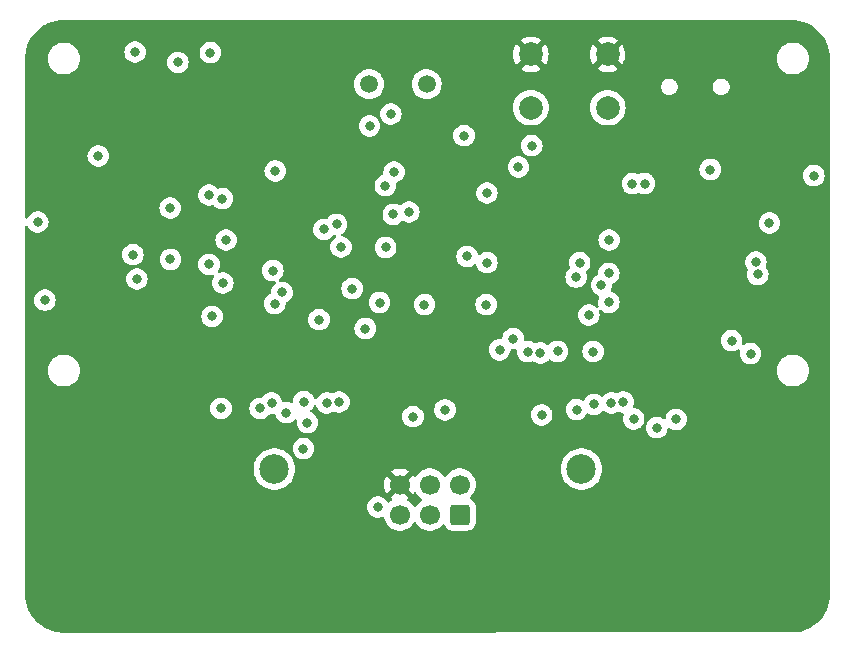
<source format=gbr>
%TF.GenerationSoftware,KiCad,Pcbnew,7.0.10*%
%TF.CreationDate,2024-03-10T15:03:06+01:00*%
%TF.ProjectId,dmg-gbc-cartridge-reader,646d672d-6762-4632-9d63-617274726964,rev?*%
%TF.SameCoordinates,Original*%
%TF.FileFunction,Copper,L3,Inr*%
%TF.FilePolarity,Positive*%
%FSLAX46Y46*%
G04 Gerber Fmt 4.6, Leading zero omitted, Abs format (unit mm)*
G04 Created by KiCad (PCBNEW 7.0.10) date 2024-03-10 15:03:06*
%MOMM*%
%LPD*%
G01*
G04 APERTURE LIST*
G04 Aperture macros list*
%AMRoundRect*
0 Rectangle with rounded corners*
0 $1 Rounding radius*
0 $2 $3 $4 $5 $6 $7 $8 $9 X,Y pos of 4 corners*
0 Add a 4 corners polygon primitive as box body*
4,1,4,$2,$3,$4,$5,$6,$7,$8,$9,$2,$3,0*
0 Add four circle primitives for the rounded corners*
1,1,$1+$1,$2,$3*
1,1,$1+$1,$4,$5*
1,1,$1+$1,$6,$7*
1,1,$1+$1,$8,$9*
0 Add four rect primitives between the rounded corners*
20,1,$1+$1,$2,$3,$4,$5,0*
20,1,$1+$1,$4,$5,$6,$7,0*
20,1,$1+$1,$6,$7,$8,$9,0*
20,1,$1+$1,$8,$9,$2,$3,0*%
G04 Aperture macros list end*
%TA.AperFunction,ComponentPad*%
%ADD10C,2.000000*%
%TD*%
%TA.AperFunction,WasherPad*%
%ADD11C,2.500000*%
%TD*%
%TA.AperFunction,ComponentPad*%
%ADD12C,1.500000*%
%TD*%
%TA.AperFunction,ComponentPad*%
%ADD13RoundRect,0.250000X0.600000X-0.600000X0.600000X0.600000X-0.600000X0.600000X-0.600000X-0.600000X0*%
%TD*%
%TA.AperFunction,ComponentPad*%
%ADD14C,1.700000*%
%TD*%
%TA.AperFunction,ViaPad*%
%ADD15C,0.800000*%
%TD*%
G04 APERTURE END LIST*
D10*
%TO.N,~{RESET}*%
%TO.C,SW1*%
X89356000Y-58384000D03*
X82856000Y-58384000D03*
%TO.N,GND*%
X89356000Y-53884000D03*
X82856000Y-53884000D03*
%TD*%
D11*
%TO.N,*%
%TO.C,U1*%
X61134000Y-88976000D03*
X87134000Y-88976000D03*
%TD*%
D12*
%TO.N,Net-(U2-XTAL2)*%
%TO.C,Y1*%
X74041000Y-56393900D03*
%TO.N,Net-(U2-XTAL1)*%
X69161000Y-56393900D03*
%TD*%
D13*
%TO.N,MISO*%
%TO.C,J2*%
X76835000Y-92837000D03*
D14*
%TO.N,+5V*%
X76835000Y-90297000D03*
%TO.N,SCK*%
X74295000Y-92837000D03*
%TO.N,MOSI*%
X74295000Y-90297000D03*
%TO.N,~{RESET}*%
X71755000Y-92837000D03*
%TO.N,GND*%
X71755000Y-90297000D03*
%TD*%
D15*
%TO.N,GND*%
X56388000Y-63754000D03*
X105029000Y-74930000D03*
X83058000Y-75946000D03*
X73660000Y-77089000D03*
X77495100Y-58140900D03*
X85979000Y-67691000D03*
X67495500Y-63424900D03*
X51110700Y-83400300D03*
X42799000Y-64135000D03*
X86360000Y-62738000D03*
X93218000Y-63627000D03*
X64262000Y-58801000D03*
X80137000Y-77089000D03*
X61849000Y-60833000D03*
%TO.N,+5V*%
X79133400Y-71509800D03*
X82928500Y-61597500D03*
X61214000Y-63754000D03*
X68834000Y-77089000D03*
X49343600Y-53690800D03*
X106807000Y-64135000D03*
X87757000Y-75946000D03*
X77188000Y-60765200D03*
X79066400Y-75061700D03*
X46228000Y-62484000D03*
X98044000Y-63627000D03*
X41102100Y-68083100D03*
%TO.N,A0*%
X52314500Y-66875200D03*
X89677800Y-83404700D03*
%TO.N,A7*%
X63634000Y-83278700D03*
X65337200Y-68700700D03*
%TO.N,A6*%
X66780200Y-70184500D03*
X80200800Y-78893600D03*
%TO.N,A5*%
X67722100Y-73708300D03*
X82593800Y-79052900D03*
%TO.N,A4*%
X83664100Y-79168200D03*
X64916600Y-76332200D03*
%TO.N,A3*%
X85115100Y-79022800D03*
X55863900Y-76062600D03*
%TO.N,A2*%
X86726800Y-83952300D03*
X55604800Y-71662900D03*
%TO.N,A1*%
X88204800Y-83501900D03*
X52334300Y-71225700D03*
%TO.N,A14*%
X93518100Y-85482300D03*
X101904900Y-71457300D03*
%TO.N,A13*%
X95154000Y-84771000D03*
X102063300Y-72515600D03*
%TO.N,A12*%
X91558900Y-84732000D03*
X101456300Y-79208700D03*
%TO.N,A11*%
X75580900Y-83972500D03*
X81350600Y-77944200D03*
%TO.N,A10*%
X83769700Y-84399700D03*
X86987800Y-71520300D03*
%TO.N,A9*%
X89455200Y-74869900D03*
X88119400Y-79036900D03*
%TO.N,D7*%
X56620600Y-83859800D03*
X61002900Y-72178200D03*
%TO.N,D6*%
X63939500Y-85051200D03*
X66407000Y-68267800D03*
%TO.N,D2*%
X88831700Y-73406000D03*
X70528400Y-64985500D03*
X59934800Y-83848500D03*
X56777100Y-73230700D03*
%TO.N,D5*%
X62141900Y-84213800D03*
X71272700Y-63835800D03*
X61783200Y-74026300D03*
%TO.N,D1*%
X89478300Y-69596000D03*
X57046600Y-69596000D03*
X65571200Y-83385900D03*
X71209500Y-67418000D03*
X69195200Y-59945700D03*
%TO.N,D0*%
X56743600Y-66098100D03*
X91450400Y-64813400D03*
X72529800Y-67218300D03*
X70996400Y-58933700D03*
X66612500Y-83298000D03*
%TO.N,D4*%
X63598100Y-87265800D03*
X61169500Y-74990100D03*
X60902500Y-83401400D03*
%TO.N,MOSI*%
X77455900Y-70978600D03*
%TO.N,SCK*%
X79130500Y-65608000D03*
%TO.N,MISO*%
X81800900Y-63406700D03*
%TO.N,~{RESET}*%
X103055400Y-68167000D03*
X55602900Y-65786000D03*
X92477700Y-64812300D03*
%TO.N,WR*%
X72869900Y-84545600D03*
X70559400Y-70215800D03*
X69894600Y-92206900D03*
%TO.N,SRAM*%
X90678200Y-83312700D03*
X49161700Y-70839100D03*
X86680500Y-72745900D03*
%TO.N,Net-(D2-A)*%
X41702300Y-74689400D03*
X52970900Y-54563600D03*
%TO.N,Net-(D3-A)*%
X55713500Y-53733200D03*
X49500900Y-72891100D03*
%TO.N,CPH*%
X89444800Y-72409600D03*
X99845200Y-78123800D03*
%TO.N,CPL*%
X73843100Y-75059400D03*
X70042300Y-74887300D03*
%TD*%
%TA.AperFunction,Conductor*%
%TO.N,GND*%
G36*
X72869925Y-91058373D02*
G01*
X72919868Y-90987048D01*
X72974445Y-90943424D01*
X73043944Y-90936231D01*
X73106298Y-90967753D01*
X73125251Y-90990350D01*
X73219276Y-91134265D01*
X73219284Y-91134276D01*
X73371756Y-91299902D01*
X73371761Y-91299907D01*
X73420839Y-91338106D01*
X73549424Y-91438189D01*
X73549429Y-91438191D01*
X73549431Y-91438193D01*
X73585930Y-91457946D01*
X73635520Y-91507165D01*
X73650628Y-91575382D01*
X73626457Y-91640937D01*
X73585930Y-91676054D01*
X73549431Y-91695806D01*
X73549422Y-91695812D01*
X73371761Y-91834092D01*
X73371756Y-91834097D01*
X73219284Y-91999723D01*
X73219276Y-91999734D01*
X73128808Y-92138206D01*
X73075662Y-92183562D01*
X73006431Y-92192986D01*
X72943095Y-92163484D01*
X72921192Y-92138206D01*
X72830723Y-91999734D01*
X72830715Y-91999723D01*
X72678243Y-91834097D01*
X72678238Y-91834092D01*
X72500577Y-91695812D01*
X72500577Y-91695811D01*
X72457303Y-91672393D01*
X72407713Y-91623173D01*
X72392605Y-91554957D01*
X72416775Y-91489401D01*
X72445198Y-91461763D01*
X72516373Y-91411925D01*
X71887533Y-90783086D01*
X71897315Y-90781680D01*
X72028100Y-90721952D01*
X72136761Y-90627798D01*
X72214493Y-90506844D01*
X72238076Y-90426524D01*
X72869925Y-91058373D01*
G37*
%TD.AperFunction*%
%TA.AperFunction,Conductor*%
G36*
X104905243Y-50952669D02*
G01*
X105238001Y-50970109D01*
X105250909Y-50971466D01*
X105576805Y-51023082D01*
X105589488Y-51025777D01*
X105908224Y-51111182D01*
X105920562Y-51115192D01*
X106228609Y-51233440D01*
X106240451Y-51238712D01*
X106534468Y-51388522D01*
X106545703Y-51395009D01*
X106822424Y-51574714D01*
X106832925Y-51582343D01*
X107089359Y-51789999D01*
X107099004Y-51798684D01*
X107332315Y-52031995D01*
X107341000Y-52041640D01*
X107548656Y-52298074D01*
X107556285Y-52308575D01*
X107735990Y-52585296D01*
X107742480Y-52596536D01*
X107803490Y-52716274D01*
X107878967Y-52864406D01*
X107892282Y-52890537D01*
X107897561Y-52902395D01*
X108015807Y-53210438D01*
X108019818Y-53222781D01*
X108105220Y-53541505D01*
X108107918Y-53554201D01*
X108159533Y-53880090D01*
X108160890Y-53892998D01*
X108178330Y-54225756D01*
X108178500Y-54232246D01*
X108178500Y-99564753D01*
X108178330Y-99571243D01*
X108160890Y-99904001D01*
X108159533Y-99916909D01*
X108107918Y-100242798D01*
X108105220Y-100255494D01*
X108019818Y-100574218D01*
X108015807Y-100586561D01*
X107897561Y-100894604D01*
X107892282Y-100906462D01*
X107742480Y-101200463D01*
X107735990Y-101211703D01*
X107556285Y-101488424D01*
X107548656Y-101498925D01*
X107341000Y-101755359D01*
X107332315Y-101765004D01*
X107099004Y-101998315D01*
X107089359Y-102007000D01*
X106832925Y-102214656D01*
X106822424Y-102222285D01*
X106545703Y-102401990D01*
X106534463Y-102408480D01*
X106240462Y-102558282D01*
X106228604Y-102563561D01*
X105920561Y-102681807D01*
X105908218Y-102685818D01*
X105692910Y-102743510D01*
X105661047Y-102747735D01*
X53698315Y-102844500D01*
X43310246Y-102844500D01*
X43303756Y-102844330D01*
X42970998Y-102826890D01*
X42958090Y-102825533D01*
X42632201Y-102773918D01*
X42619505Y-102771220D01*
X42300781Y-102685818D01*
X42288438Y-102681807D01*
X41980395Y-102563561D01*
X41968537Y-102558282D01*
X41674536Y-102408480D01*
X41663296Y-102401990D01*
X41386575Y-102222285D01*
X41376074Y-102214656D01*
X41119640Y-102007000D01*
X41109995Y-101998315D01*
X40876684Y-101765004D01*
X40867999Y-101755359D01*
X40660343Y-101498925D01*
X40652714Y-101488424D01*
X40473009Y-101211703D01*
X40466519Y-101200463D01*
X40405510Y-101080726D01*
X40316712Y-100906451D01*
X40311438Y-100894604D01*
X40193192Y-100586561D01*
X40189181Y-100574218D01*
X40103779Y-100255494D01*
X40101081Y-100242798D01*
X40049466Y-99916909D01*
X40048109Y-99904001D01*
X40030670Y-99571243D01*
X40030500Y-99564753D01*
X40030500Y-92206900D01*
X68981096Y-92206900D01*
X69001058Y-92396828D01*
X69001059Y-92396831D01*
X69060070Y-92578449D01*
X69060073Y-92578456D01*
X69155560Y-92743844D01*
X69283347Y-92885766D01*
X69437848Y-92998018D01*
X69612312Y-93075694D01*
X69799113Y-93115400D01*
X69990087Y-93115400D01*
X70176888Y-93075694D01*
X70255533Y-93040678D01*
X70324782Y-93031394D01*
X70388059Y-93061022D01*
X70425272Y-93120157D01*
X70426174Y-93123517D01*
X70465704Y-93279615D01*
X70556140Y-93485792D01*
X70679276Y-93674265D01*
X70679284Y-93674276D01*
X70831756Y-93839902D01*
X70831760Y-93839906D01*
X71009424Y-93978189D01*
X71009425Y-93978189D01*
X71009427Y-93978191D01*
X71116301Y-94036028D01*
X71207426Y-94085342D01*
X71420365Y-94158444D01*
X71642431Y-94195500D01*
X71867569Y-94195500D01*
X72089635Y-94158444D01*
X72302574Y-94085342D01*
X72500576Y-93978189D01*
X72678240Y-93839906D01*
X72793817Y-93714357D01*
X72830715Y-93674276D01*
X72830715Y-93674275D01*
X72830722Y-93674268D01*
X72921193Y-93535790D01*
X72974338Y-93490437D01*
X73043569Y-93481013D01*
X73106905Y-93510515D01*
X73128804Y-93535787D01*
X73219278Y-93674268D01*
X73219283Y-93674273D01*
X73219284Y-93674276D01*
X73371756Y-93839902D01*
X73371760Y-93839906D01*
X73549424Y-93978189D01*
X73549425Y-93978189D01*
X73549427Y-93978191D01*
X73656301Y-94036028D01*
X73747426Y-94085342D01*
X73960365Y-94158444D01*
X74182431Y-94195500D01*
X74407569Y-94195500D01*
X74629635Y-94158444D01*
X74842574Y-94085342D01*
X75040576Y-93978189D01*
X75218240Y-93839906D01*
X75333818Y-93714355D01*
X75393704Y-93678366D01*
X75463542Y-93680467D01*
X75521158Y-93719991D01*
X75539474Y-93753362D01*
X75539835Y-93753195D01*
X75542389Y-93758672D01*
X75542749Y-93759329D01*
X75542885Y-93759738D01*
X75635970Y-93910652D01*
X75761348Y-94036030D01*
X75912262Y-94129115D01*
X76080574Y-94184887D01*
X76184455Y-94195500D01*
X77485544Y-94195499D01*
X77589426Y-94184887D01*
X77757738Y-94129115D01*
X77908652Y-94036030D01*
X78034030Y-93910652D01*
X78127115Y-93759738D01*
X78182887Y-93591426D01*
X78193500Y-93487545D01*
X78193499Y-92186456D01*
X78182887Y-92082574D01*
X78127115Y-91914262D01*
X78034030Y-91763348D01*
X77908652Y-91637970D01*
X77757738Y-91544885D01*
X77757732Y-91544883D01*
X77757730Y-91544882D01*
X77757636Y-91544851D01*
X77757579Y-91544812D01*
X77751195Y-91541835D01*
X77751703Y-91540743D01*
X77700193Y-91505076D01*
X77673372Y-91440559D01*
X77685690Y-91371784D01*
X77720481Y-91329295D01*
X77758240Y-91299906D01*
X77910722Y-91134268D01*
X78033860Y-90945791D01*
X78124296Y-90739616D01*
X78179564Y-90521368D01*
X78180768Y-90506844D01*
X78198156Y-90297005D01*
X78198156Y-90296994D01*
X78179565Y-90072640D01*
X78179563Y-90072628D01*
X78124296Y-89854385D01*
X78115142Y-89833516D01*
X78033860Y-89648209D01*
X78021262Y-89628927D01*
X77960305Y-89535625D01*
X77910722Y-89459732D01*
X77910719Y-89459729D01*
X77910715Y-89459723D01*
X77758243Y-89294097D01*
X77758238Y-89294092D01*
X77580577Y-89155812D01*
X77580572Y-89155808D01*
X77382580Y-89048661D01*
X77382577Y-89048659D01*
X77382574Y-89048658D01*
X77382571Y-89048657D01*
X77382569Y-89048656D01*
X77170942Y-88976004D01*
X85370569Y-88976004D01*
X85390264Y-89238823D01*
X85448910Y-89495768D01*
X85448913Y-89495780D01*
X85545204Y-89741124D01*
X85676985Y-89969376D01*
X85809712Y-90135810D01*
X85841317Y-90175442D01*
X85954733Y-90280676D01*
X86034519Y-90354706D01*
X86252285Y-90503176D01*
X86489746Y-90617532D01*
X86741600Y-90695218D01*
X86741601Y-90695218D01*
X86741604Y-90695219D01*
X87002211Y-90734499D01*
X87002216Y-90734499D01*
X87002219Y-90734500D01*
X87002220Y-90734500D01*
X87265780Y-90734500D01*
X87265781Y-90734500D01*
X87349032Y-90721952D01*
X87526395Y-90695219D01*
X87526396Y-90695218D01*
X87526400Y-90695218D01*
X87778254Y-90617532D01*
X88015716Y-90503176D01*
X88233481Y-90354706D01*
X88426686Y-90175438D01*
X88591015Y-89969376D01*
X88722796Y-89741124D01*
X88819087Y-89495780D01*
X88877735Y-89238826D01*
X88893866Y-89023570D01*
X88897431Y-88976004D01*
X88897431Y-88975995D01*
X88877735Y-88713176D01*
X88877735Y-88713174D01*
X88819087Y-88456220D01*
X88722796Y-88210876D01*
X88591015Y-87982624D01*
X88426686Y-87776562D01*
X88426685Y-87776561D01*
X88426682Y-87776557D01*
X88233481Y-87597294D01*
X88233478Y-87597292D01*
X88015716Y-87448824D01*
X88015712Y-87448822D01*
X88015711Y-87448821D01*
X87884758Y-87385757D01*
X87778254Y-87334468D01*
X87778248Y-87334466D01*
X87778240Y-87334463D01*
X87526405Y-87256783D01*
X87526395Y-87256780D01*
X87265788Y-87217500D01*
X87265781Y-87217500D01*
X87002219Y-87217500D01*
X87002211Y-87217500D01*
X86741604Y-87256780D01*
X86741598Y-87256782D01*
X86489745Y-87334468D01*
X86252288Y-87448822D01*
X86252284Y-87448824D01*
X86034521Y-87597292D01*
X85841317Y-87776557D01*
X85676985Y-87982624D01*
X85545204Y-88210875D01*
X85448915Y-88456214D01*
X85448910Y-88456231D01*
X85390264Y-88713176D01*
X85370569Y-88975995D01*
X85370569Y-88976004D01*
X77170942Y-88976004D01*
X77169637Y-88975556D01*
X76947569Y-88938500D01*
X76722431Y-88938500D01*
X76500362Y-88975556D01*
X76287430Y-89048656D01*
X76287419Y-89048661D01*
X76089427Y-89155808D01*
X76089422Y-89155812D01*
X75911761Y-89294092D01*
X75911756Y-89294097D01*
X75759284Y-89459723D01*
X75759276Y-89459734D01*
X75668808Y-89598206D01*
X75615662Y-89643562D01*
X75546431Y-89652986D01*
X75483095Y-89623484D01*
X75461192Y-89598206D01*
X75403286Y-89509576D01*
X75370722Y-89459732D01*
X75370719Y-89459729D01*
X75370715Y-89459723D01*
X75218243Y-89294097D01*
X75218238Y-89294092D01*
X75040577Y-89155812D01*
X75040572Y-89155808D01*
X74842580Y-89048661D01*
X74842577Y-89048659D01*
X74842574Y-89048658D01*
X74842571Y-89048657D01*
X74842569Y-89048656D01*
X74629637Y-88975556D01*
X74407569Y-88938500D01*
X74182431Y-88938500D01*
X73960362Y-88975556D01*
X73747430Y-89048656D01*
X73747419Y-89048661D01*
X73549427Y-89155808D01*
X73549422Y-89155812D01*
X73371761Y-89294092D01*
X73371756Y-89294097D01*
X73219284Y-89459723D01*
X73219280Y-89459729D01*
X73125250Y-89603651D01*
X73072103Y-89649007D01*
X73002872Y-89658430D01*
X72939536Y-89628927D01*
X72919866Y-89606951D01*
X72869924Y-89535626D01*
X72238076Y-90167475D01*
X72214493Y-90087156D01*
X72136761Y-89966202D01*
X72028100Y-89872048D01*
X71897315Y-89812320D01*
X71887533Y-89810913D01*
X72516373Y-89182073D01*
X72516373Y-89182072D01*
X72432583Y-89123402D01*
X72432579Y-89123400D01*
X72218492Y-89023570D01*
X72218483Y-89023566D01*
X71990326Y-88962432D01*
X71990315Y-88962430D01*
X71755002Y-88941843D01*
X71754998Y-88941843D01*
X71519684Y-88962430D01*
X71519673Y-88962432D01*
X71291516Y-89023566D01*
X71291507Y-89023570D01*
X71077419Y-89123401D01*
X70993625Y-89182072D01*
X71622466Y-89810913D01*
X71612685Y-89812320D01*
X71481900Y-89872048D01*
X71373239Y-89966202D01*
X71295507Y-90087156D01*
X71271923Y-90167476D01*
X70640072Y-89535625D01*
X70581401Y-89619419D01*
X70481570Y-89833507D01*
X70481566Y-89833516D01*
X70420432Y-90061673D01*
X70420430Y-90061684D01*
X70399843Y-90296998D01*
X70399843Y-90297001D01*
X70420430Y-90532315D01*
X70420432Y-90532326D01*
X70481566Y-90760483D01*
X70481570Y-90760492D01*
X70581400Y-90974579D01*
X70581402Y-90974583D01*
X70640072Y-91058373D01*
X70640073Y-91058373D01*
X71271923Y-90426523D01*
X71295507Y-90506844D01*
X71373239Y-90627798D01*
X71481900Y-90721952D01*
X71612685Y-90781680D01*
X71622466Y-90783086D01*
X70993625Y-91411925D01*
X71064801Y-91461763D01*
X71108426Y-91516340D01*
X71115620Y-91585838D01*
X71084097Y-91648193D01*
X71052697Y-91672392D01*
X71009427Y-91695809D01*
X71009422Y-91695812D01*
X70872809Y-91802143D01*
X70807815Y-91827786D01*
X70739275Y-91814220D01*
X70689259Y-91766290D01*
X70648566Y-91695809D01*
X70633640Y-91669956D01*
X70591517Y-91623173D01*
X70505854Y-91528035D01*
X70489758Y-91516340D01*
X70351352Y-91415782D01*
X70176888Y-91338106D01*
X70176886Y-91338105D01*
X69990087Y-91298400D01*
X69799113Y-91298400D01*
X69612314Y-91338105D01*
X69437846Y-91415783D01*
X69283345Y-91528035D01*
X69155559Y-91669957D01*
X69060073Y-91835343D01*
X69060070Y-91835350D01*
X69006659Y-91999734D01*
X69001058Y-92016972D01*
X68981096Y-92206900D01*
X40030500Y-92206900D01*
X40030500Y-88976004D01*
X59370569Y-88976004D01*
X59390264Y-89238823D01*
X59448910Y-89495768D01*
X59448913Y-89495780D01*
X59545204Y-89741124D01*
X59676985Y-89969376D01*
X59809712Y-90135810D01*
X59841317Y-90175442D01*
X59954733Y-90280676D01*
X60034519Y-90354706D01*
X60252285Y-90503176D01*
X60489746Y-90617532D01*
X60741600Y-90695218D01*
X60741601Y-90695218D01*
X60741604Y-90695219D01*
X61002211Y-90734499D01*
X61002216Y-90734499D01*
X61002219Y-90734500D01*
X61002220Y-90734500D01*
X61265780Y-90734500D01*
X61265781Y-90734500D01*
X61349032Y-90721952D01*
X61526395Y-90695219D01*
X61526396Y-90695218D01*
X61526400Y-90695218D01*
X61778254Y-90617532D01*
X62015716Y-90503176D01*
X62233481Y-90354706D01*
X62426686Y-90175438D01*
X62591015Y-89969376D01*
X62722796Y-89741124D01*
X62819087Y-89495780D01*
X62877735Y-89238826D01*
X62893866Y-89023570D01*
X62897431Y-88976004D01*
X62897431Y-88975995D01*
X62877735Y-88713176D01*
X62877735Y-88713174D01*
X62819087Y-88456220D01*
X62722796Y-88210876D01*
X62591015Y-87982624D01*
X62426686Y-87776562D01*
X62426685Y-87776561D01*
X62426682Y-87776557D01*
X62233481Y-87597294D01*
X62233478Y-87597292D01*
X62015716Y-87448824D01*
X62015712Y-87448822D01*
X62015711Y-87448821D01*
X61884758Y-87385757D01*
X61778254Y-87334468D01*
X61778248Y-87334466D01*
X61778240Y-87334463D01*
X61555638Y-87265800D01*
X62684596Y-87265800D01*
X62704558Y-87455728D01*
X62704559Y-87455731D01*
X62763570Y-87637349D01*
X62763573Y-87637356D01*
X62859060Y-87802744D01*
X62986847Y-87944666D01*
X63141348Y-88056918D01*
X63315812Y-88134594D01*
X63502613Y-88174300D01*
X63693587Y-88174300D01*
X63880388Y-88134594D01*
X64054852Y-88056918D01*
X64209353Y-87944666D01*
X64337140Y-87802744D01*
X64432627Y-87637356D01*
X64491642Y-87455728D01*
X64511604Y-87265800D01*
X64491642Y-87075872D01*
X64432627Y-86894244D01*
X64337140Y-86728856D01*
X64209353Y-86586934D01*
X64054852Y-86474682D01*
X63880388Y-86397006D01*
X63880386Y-86397005D01*
X63693587Y-86357300D01*
X63502613Y-86357300D01*
X63315814Y-86397005D01*
X63141346Y-86474683D01*
X62986845Y-86586935D01*
X62859059Y-86728857D01*
X62763573Y-86894243D01*
X62763570Y-86894250D01*
X62704559Y-87075868D01*
X62704558Y-87075872D01*
X62684596Y-87265800D01*
X61555638Y-87265800D01*
X61526405Y-87256783D01*
X61526395Y-87256780D01*
X61265788Y-87217500D01*
X61265781Y-87217500D01*
X61002219Y-87217500D01*
X61002211Y-87217500D01*
X60741604Y-87256780D01*
X60741598Y-87256782D01*
X60489745Y-87334468D01*
X60252288Y-87448822D01*
X60252284Y-87448824D01*
X60034521Y-87597292D01*
X59841317Y-87776557D01*
X59676985Y-87982624D01*
X59545204Y-88210875D01*
X59448915Y-88456214D01*
X59448910Y-88456231D01*
X59390264Y-88713176D01*
X59370569Y-88975995D01*
X59370569Y-88976004D01*
X40030500Y-88976004D01*
X40030500Y-83859800D01*
X55707096Y-83859800D01*
X55727058Y-84049728D01*
X55727059Y-84049731D01*
X55786070Y-84231349D01*
X55786073Y-84231356D01*
X55881560Y-84396744D01*
X56009347Y-84538666D01*
X56163848Y-84650918D01*
X56338312Y-84728594D01*
X56525113Y-84768300D01*
X56716087Y-84768300D01*
X56902888Y-84728594D01*
X57077352Y-84650918D01*
X57231853Y-84538666D01*
X57359640Y-84396744D01*
X57455127Y-84231356D01*
X57514142Y-84049728D01*
X57534104Y-83859800D01*
X57532916Y-83848500D01*
X59021296Y-83848500D01*
X59041258Y-84038428D01*
X59041259Y-84038431D01*
X59100270Y-84220049D01*
X59100273Y-84220056D01*
X59195760Y-84385444D01*
X59323547Y-84527366D01*
X59478048Y-84639618D01*
X59652512Y-84717294D01*
X59839313Y-84757000D01*
X60030287Y-84757000D01*
X60217088Y-84717294D01*
X60391552Y-84639618D01*
X60546053Y-84527366D01*
X60651370Y-84410400D01*
X60673836Y-84385449D01*
X60673836Y-84385447D01*
X60673840Y-84385444D01*
X60682315Y-84370763D01*
X60732879Y-84322549D01*
X60801485Y-84309324D01*
X60802670Y-84309443D01*
X60807010Y-84309899D01*
X60807013Y-84309900D01*
X60807016Y-84309900D01*
X60997987Y-84309900D01*
X61098534Y-84288528D01*
X61168201Y-84293844D01*
X61223935Y-84335981D01*
X61247635Y-84396852D01*
X61248357Y-84403722D01*
X61248359Y-84403732D01*
X61307370Y-84585349D01*
X61307373Y-84585356D01*
X61402860Y-84750744D01*
X61530647Y-84892666D01*
X61685148Y-85004918D01*
X61859612Y-85082594D01*
X62046413Y-85122300D01*
X62237387Y-85122300D01*
X62424188Y-85082594D01*
X62598652Y-85004918D01*
X62753153Y-84892666D01*
X62825557Y-84812252D01*
X62885042Y-84775605D01*
X62954899Y-84776934D01*
X63012947Y-84815820D01*
X63040757Y-84879917D01*
X63041027Y-84908186D01*
X63030860Y-85004918D01*
X63025996Y-85051200D01*
X63045958Y-85241128D01*
X63045959Y-85241131D01*
X63104970Y-85422749D01*
X63104973Y-85422756D01*
X63200460Y-85588144D01*
X63328247Y-85730066D01*
X63482748Y-85842318D01*
X63657212Y-85919994D01*
X63844013Y-85959700D01*
X64034987Y-85959700D01*
X64221788Y-85919994D01*
X64396252Y-85842318D01*
X64550753Y-85730066D01*
X64678540Y-85588144D01*
X64774027Y-85422756D01*
X64833042Y-85241128D01*
X64853004Y-85051200D01*
X64833042Y-84861272D01*
X64774027Y-84679644D01*
X64696637Y-84545600D01*
X71956396Y-84545600D01*
X71976358Y-84735528D01*
X71976359Y-84735531D01*
X72035370Y-84917149D01*
X72035373Y-84917156D01*
X72130860Y-85082544D01*
X72258647Y-85224466D01*
X72413148Y-85336718D01*
X72587612Y-85414394D01*
X72774413Y-85454100D01*
X72965387Y-85454100D01*
X73152188Y-85414394D01*
X73326652Y-85336718D01*
X73481153Y-85224466D01*
X73608940Y-85082544D01*
X73704427Y-84917156D01*
X73763442Y-84735528D01*
X73783404Y-84545600D01*
X73763442Y-84355672D01*
X73706611Y-84180766D01*
X73704429Y-84174050D01*
X73704428Y-84174049D01*
X73704427Y-84174044D01*
X73608940Y-84008656D01*
X73576385Y-83972500D01*
X74667396Y-83972500D01*
X74687358Y-84162428D01*
X74687359Y-84162431D01*
X74746370Y-84344049D01*
X74746373Y-84344056D01*
X74841860Y-84509444D01*
X74914058Y-84589628D01*
X74969243Y-84650918D01*
X74969647Y-84651366D01*
X75124148Y-84763618D01*
X75298612Y-84841294D01*
X75485413Y-84881000D01*
X75676387Y-84881000D01*
X75863188Y-84841294D01*
X76037652Y-84763618D01*
X76192153Y-84651366D01*
X76319940Y-84509444D01*
X76383301Y-84399700D01*
X82856196Y-84399700D01*
X82876158Y-84589628D01*
X82876159Y-84589631D01*
X82935170Y-84771249D01*
X82935173Y-84771256D01*
X83030660Y-84936644D01*
X83158447Y-85078566D01*
X83312948Y-85190818D01*
X83487412Y-85268494D01*
X83674213Y-85308200D01*
X83865187Y-85308200D01*
X84051988Y-85268494D01*
X84226452Y-85190818D01*
X84380953Y-85078566D01*
X84508740Y-84936644D01*
X84604227Y-84771256D01*
X84663242Y-84589628D01*
X84683204Y-84399700D01*
X84663242Y-84209772D01*
X84604227Y-84028144D01*
X84560438Y-83952300D01*
X85813296Y-83952300D01*
X85833258Y-84142228D01*
X85833259Y-84142231D01*
X85892270Y-84323849D01*
X85892273Y-84323856D01*
X85987760Y-84489244D01*
X86115547Y-84631166D01*
X86270048Y-84743418D01*
X86444512Y-84821094D01*
X86631313Y-84860800D01*
X86822287Y-84860800D01*
X87009088Y-84821094D01*
X87183552Y-84743418D01*
X87338053Y-84631166D01*
X87465840Y-84489244D01*
X87560192Y-84325820D01*
X87610755Y-84277609D01*
X87679362Y-84264385D01*
X87740462Y-84287506D01*
X87748048Y-84293018D01*
X87922512Y-84370694D01*
X88109313Y-84410400D01*
X88300287Y-84410400D01*
X88487088Y-84370694D01*
X88661552Y-84293018D01*
X88816053Y-84180766D01*
X88893570Y-84094674D01*
X88953055Y-84058026D01*
X89022912Y-84059356D01*
X89060508Y-84080821D01*
X89061290Y-84079746D01*
X89066545Y-84083564D01*
X89066547Y-84083566D01*
X89221048Y-84195818D01*
X89395512Y-84273494D01*
X89582313Y-84313200D01*
X89773287Y-84313200D01*
X89960088Y-84273494D01*
X90134552Y-84195818D01*
X90188163Y-84156866D01*
X90253967Y-84133386D01*
X90311483Y-84143904D01*
X90395912Y-84181494D01*
X90582713Y-84221200D01*
X90598944Y-84221200D01*
X90665983Y-84240885D01*
X90711738Y-84293689D01*
X90721682Y-84362847D01*
X90716875Y-84383518D01*
X90665359Y-84542068D01*
X90665358Y-84542072D01*
X90645396Y-84732000D01*
X90665358Y-84921928D01*
X90665359Y-84921931D01*
X90724370Y-85103549D01*
X90724373Y-85103556D01*
X90819860Y-85268944D01*
X90947647Y-85410866D01*
X91102148Y-85523118D01*
X91276612Y-85600794D01*
X91463413Y-85640500D01*
X91654387Y-85640500D01*
X91841188Y-85600794D01*
X92015652Y-85523118D01*
X92071833Y-85482300D01*
X92604596Y-85482300D01*
X92624558Y-85672228D01*
X92624559Y-85672231D01*
X92683570Y-85853849D01*
X92683573Y-85853856D01*
X92779060Y-86019244D01*
X92906847Y-86161166D01*
X93061348Y-86273418D01*
X93235812Y-86351094D01*
X93422613Y-86390800D01*
X93613587Y-86390800D01*
X93800388Y-86351094D01*
X93974852Y-86273418D01*
X94129353Y-86161166D01*
X94257140Y-86019244D01*
X94352627Y-85853856D01*
X94411642Y-85672228D01*
X94420206Y-85590740D01*
X94446789Y-85526130D01*
X94504086Y-85486144D01*
X94573905Y-85483484D01*
X94616411Y-85503387D01*
X94697243Y-85562115D01*
X94697245Y-85562116D01*
X94697248Y-85562118D01*
X94871712Y-85639794D01*
X95058513Y-85679500D01*
X95249487Y-85679500D01*
X95436288Y-85639794D01*
X95610752Y-85562118D01*
X95765253Y-85449866D01*
X95893040Y-85307944D01*
X95988527Y-85142556D01*
X96047542Y-84960928D01*
X96067504Y-84771000D01*
X96047542Y-84581072D01*
X95988527Y-84399444D01*
X95893040Y-84234056D01*
X95765253Y-84092134D01*
X95610752Y-83979882D01*
X95436288Y-83902206D01*
X95436286Y-83902205D01*
X95249487Y-83862500D01*
X95058513Y-83862500D01*
X94871714Y-83902205D01*
X94825358Y-83922844D01*
X94713829Y-83972500D01*
X94697246Y-83979883D01*
X94542745Y-84092135D01*
X94414959Y-84234057D01*
X94319473Y-84399443D01*
X94319470Y-84399450D01*
X94262821Y-84573800D01*
X94260458Y-84581072D01*
X94255193Y-84631166D01*
X94251894Y-84662556D01*
X94225309Y-84727171D01*
X94168011Y-84767155D01*
X94098192Y-84769815D01*
X94055688Y-84749912D01*
X93974856Y-84691184D01*
X93974852Y-84691182D01*
X93800388Y-84613506D01*
X93800386Y-84613505D01*
X93613587Y-84573800D01*
X93422613Y-84573800D01*
X93235814Y-84613505D01*
X93235812Y-84613506D01*
X93087250Y-84679650D01*
X93061346Y-84691183D01*
X92906845Y-84803435D01*
X92779059Y-84945357D01*
X92683573Y-85110743D01*
X92683570Y-85110750D01*
X92646622Y-85224466D01*
X92624558Y-85292372D01*
X92604596Y-85482300D01*
X92071833Y-85482300D01*
X92170153Y-85410866D01*
X92297940Y-85268944D01*
X92393427Y-85103556D01*
X92452442Y-84921928D01*
X92472404Y-84732000D01*
X92452442Y-84542072D01*
X92393427Y-84360444D01*
X92297940Y-84195056D01*
X92182881Y-84067270D01*
X92170154Y-84053135D01*
X92150485Y-84038844D01*
X92015652Y-83940882D01*
X91841188Y-83863206D01*
X91841186Y-83863205D01*
X91654387Y-83823500D01*
X91638156Y-83823500D01*
X91571117Y-83803815D01*
X91525362Y-83751011D01*
X91515418Y-83681853D01*
X91520225Y-83661182D01*
X91541841Y-83594650D01*
X91571742Y-83502628D01*
X91591704Y-83312700D01*
X91571742Y-83122772D01*
X91512727Y-82941144D01*
X91417240Y-82775756D01*
X91289453Y-82633834D01*
X91134952Y-82521582D01*
X90960488Y-82443906D01*
X90960486Y-82443905D01*
X90773687Y-82404200D01*
X90582713Y-82404200D01*
X90395914Y-82443905D01*
X90221450Y-82521580D01*
X90167835Y-82560534D01*
X90102028Y-82584013D01*
X90044515Y-82573495D01*
X89960087Y-82535905D01*
X89773287Y-82496200D01*
X89582313Y-82496200D01*
X89395514Y-82535905D01*
X89395512Y-82535906D01*
X89251925Y-82599835D01*
X89221046Y-82613583D01*
X89066544Y-82725836D01*
X88989029Y-82811925D01*
X88929542Y-82848573D01*
X88859685Y-82847242D01*
X88822091Y-82825778D01*
X88821310Y-82826854D01*
X88816054Y-82823035D01*
X88816053Y-82823034D01*
X88661552Y-82710782D01*
X88487088Y-82633106D01*
X88487086Y-82633105D01*
X88300287Y-82593400D01*
X88109313Y-82593400D01*
X87922514Y-82633105D01*
X87748046Y-82710783D01*
X87593545Y-82823035D01*
X87465759Y-82964957D01*
X87428297Y-83029843D01*
X87385653Y-83103706D01*
X87371410Y-83128375D01*
X87320843Y-83176591D01*
X87252236Y-83189814D01*
X87191138Y-83166693D01*
X87183556Y-83161184D01*
X87114288Y-83130344D01*
X87009088Y-83083506D01*
X87009086Y-83083505D01*
X86822287Y-83043800D01*
X86631313Y-83043800D01*
X86444514Y-83083505D01*
X86270046Y-83161183D01*
X86115545Y-83273435D01*
X85987759Y-83415357D01*
X85892273Y-83580743D01*
X85892270Y-83580750D01*
X85834855Y-83757456D01*
X85833258Y-83762372D01*
X85813296Y-83952300D01*
X84560438Y-83952300D01*
X84508740Y-83862756D01*
X84380953Y-83720834D01*
X84226452Y-83608582D01*
X84051988Y-83530906D01*
X84051986Y-83530905D01*
X83865187Y-83491200D01*
X83674213Y-83491200D01*
X83487414Y-83530905D01*
X83487412Y-83530906D01*
X83330104Y-83600944D01*
X83312946Y-83608583D01*
X83158445Y-83720835D01*
X83030659Y-83862757D01*
X82935173Y-84028143D01*
X82935170Y-84028150D01*
X82876159Y-84209768D01*
X82876158Y-84209772D01*
X82856196Y-84399700D01*
X76383301Y-84399700D01*
X76415427Y-84344056D01*
X76474442Y-84162428D01*
X76494404Y-83972500D01*
X76474442Y-83782572D01*
X76415427Y-83600944D01*
X76319940Y-83435556D01*
X76192153Y-83293634D01*
X76037652Y-83181382D01*
X75863188Y-83103706D01*
X75863186Y-83103705D01*
X75676387Y-83064000D01*
X75485413Y-83064000D01*
X75298614Y-83103705D01*
X75124146Y-83181383D01*
X74969645Y-83293635D01*
X74841859Y-83435557D01*
X74746373Y-83600943D01*
X74746370Y-83600950D01*
X74693921Y-83762372D01*
X74687358Y-83782572D01*
X74667396Y-83972500D01*
X73576385Y-83972500D01*
X73481153Y-83866734D01*
X73326652Y-83754482D01*
X73152188Y-83676806D01*
X73152186Y-83676805D01*
X72965387Y-83637100D01*
X72774413Y-83637100D01*
X72587614Y-83676805D01*
X72413146Y-83754483D01*
X72258645Y-83866735D01*
X72130859Y-84008657D01*
X72035373Y-84174043D01*
X72035370Y-84174050D01*
X71980132Y-84344056D01*
X71976358Y-84355672D01*
X71956396Y-84545600D01*
X64696637Y-84545600D01*
X64678540Y-84514256D01*
X64550753Y-84372334D01*
X64396252Y-84260082D01*
X64240662Y-84190809D01*
X64187425Y-84145559D01*
X64167104Y-84078710D01*
X64186149Y-84011487D01*
X64218210Y-83977213D01*
X64245253Y-83957566D01*
X64373040Y-83815644D01*
X64468527Y-83650256D01*
X64468529Y-83650247D01*
X64471173Y-83644313D01*
X64473341Y-83645278D01*
X64506678Y-83596511D01*
X64571033Y-83569305D01*
X64639881Y-83581211D01*
X64691363Y-83628448D01*
X64703115Y-83654177D01*
X64736670Y-83757449D01*
X64736673Y-83757456D01*
X64832160Y-83922844D01*
X64923126Y-84023872D01*
X64949473Y-84053134D01*
X64959947Y-84064766D01*
X65114448Y-84177018D01*
X65288912Y-84254694D01*
X65475713Y-84294400D01*
X65666687Y-84294400D01*
X65853488Y-84254694D01*
X66027952Y-84177018D01*
X66093605Y-84129318D01*
X66159411Y-84105837D01*
X66216925Y-84116355D01*
X66330212Y-84166794D01*
X66517013Y-84206500D01*
X66707987Y-84206500D01*
X66894788Y-84166794D01*
X67069252Y-84089118D01*
X67223753Y-83976866D01*
X67351540Y-83834944D01*
X67447027Y-83669556D01*
X67506042Y-83487928D01*
X67526004Y-83298000D01*
X67506042Y-83108072D01*
X67447027Y-82926444D01*
X67351540Y-82761056D01*
X67223753Y-82619134D01*
X67069252Y-82506882D01*
X66894788Y-82429206D01*
X66894786Y-82429205D01*
X66707987Y-82389500D01*
X66517013Y-82389500D01*
X66330214Y-82429205D01*
X66155747Y-82506881D01*
X66090092Y-82554582D01*
X66024285Y-82578061D01*
X65966773Y-82567543D01*
X65888299Y-82532605D01*
X65853488Y-82517106D01*
X65853486Y-82517105D01*
X65666687Y-82477400D01*
X65475713Y-82477400D01*
X65288914Y-82517105D01*
X65114446Y-82594783D01*
X64959945Y-82707035D01*
X64832159Y-82848957D01*
X64736673Y-83014343D01*
X64734027Y-83020287D01*
X64731869Y-83019326D01*
X64698470Y-83068129D01*
X64634100Y-83095301D01*
X64565259Y-83083359D01*
X64513802Y-83036094D01*
X64502084Y-83010422D01*
X64495775Y-82991006D01*
X64479576Y-82941150D01*
X64468529Y-82907149D01*
X64468526Y-82907143D01*
X64445786Y-82867756D01*
X64373040Y-82741756D01*
X64245253Y-82599834D01*
X64090752Y-82487582D01*
X63916288Y-82409906D01*
X63916286Y-82409905D01*
X63729487Y-82370200D01*
X63538513Y-82370200D01*
X63351714Y-82409905D01*
X63177246Y-82487583D01*
X63022745Y-82599835D01*
X62894959Y-82741757D01*
X62799473Y-82907143D01*
X62799470Y-82907150D01*
X62742169Y-83083505D01*
X62740458Y-83088772D01*
X62720496Y-83278700D01*
X62720496Y-83278703D01*
X62720496Y-83285198D01*
X62717685Y-83285198D01*
X62707333Y-83341798D01*
X62659599Y-83392820D01*
X62591858Y-83409936D01*
X62546148Y-83399306D01*
X62424188Y-83345006D01*
X62424186Y-83345005D01*
X62237387Y-83305300D01*
X62046413Y-83305300D01*
X61945865Y-83326672D01*
X61876198Y-83321356D01*
X61820464Y-83279219D01*
X61796764Y-83218341D01*
X61796042Y-83211472D01*
X61737027Y-83029844D01*
X61641540Y-82864456D01*
X61513753Y-82722534D01*
X61359252Y-82610282D01*
X61184788Y-82532606D01*
X61184786Y-82532605D01*
X60997987Y-82492900D01*
X60807013Y-82492900D01*
X60620214Y-82532605D01*
X60620212Y-82532606D01*
X60469213Y-82599835D01*
X60445746Y-82610283D01*
X60291245Y-82722535D01*
X60163458Y-82864457D01*
X60163456Y-82864459D01*
X60154980Y-82879141D01*
X60104411Y-82927354D01*
X60035804Y-82940574D01*
X60034638Y-82940457D01*
X60030289Y-82940000D01*
X60030287Y-82940000D01*
X59839313Y-82940000D01*
X59652514Y-82979705D01*
X59478046Y-83057383D01*
X59323545Y-83169635D01*
X59195759Y-83311557D01*
X59100273Y-83476943D01*
X59100270Y-83476950D01*
X59043960Y-83650256D01*
X59041258Y-83658572D01*
X59021296Y-83848500D01*
X57532916Y-83848500D01*
X57514142Y-83669872D01*
X57459095Y-83500458D01*
X57455129Y-83488250D01*
X57455128Y-83488249D01*
X57455127Y-83488244D01*
X57359640Y-83322856D01*
X57231853Y-83180934D01*
X57077352Y-83068682D01*
X56902888Y-82991006D01*
X56902886Y-82991005D01*
X56716087Y-82951300D01*
X56525113Y-82951300D01*
X56338314Y-82991005D01*
X56338312Y-82991006D01*
X56189229Y-83057382D01*
X56163846Y-83068683D01*
X56009345Y-83180935D01*
X55881559Y-83322857D01*
X55786073Y-83488243D01*
X55786070Y-83488250D01*
X55727059Y-83669868D01*
X55727058Y-83669872D01*
X55707096Y-83859800D01*
X40030500Y-83859800D01*
X40030500Y-80645000D01*
X41951341Y-80645000D01*
X41971936Y-80880403D01*
X41971938Y-80880413D01*
X42033094Y-81108655D01*
X42033096Y-81108659D01*
X42033097Y-81108663D01*
X42083031Y-81215746D01*
X42132964Y-81322828D01*
X42132965Y-81322830D01*
X42268505Y-81516402D01*
X42435597Y-81683494D01*
X42629169Y-81819034D01*
X42629171Y-81819035D01*
X42843337Y-81918903D01*
X43071592Y-81980063D01*
X43248032Y-81995499D01*
X43248033Y-81995500D01*
X43248034Y-81995500D01*
X43365967Y-81995500D01*
X43365967Y-81995499D01*
X43542408Y-81980063D01*
X43770663Y-81918903D01*
X43984829Y-81819035D01*
X44178401Y-81683495D01*
X44345495Y-81516401D01*
X44481035Y-81322830D01*
X44580903Y-81108663D01*
X44642063Y-80880408D01*
X44662659Y-80645000D01*
X103673341Y-80645000D01*
X103693936Y-80880403D01*
X103693938Y-80880413D01*
X103755094Y-81108655D01*
X103755096Y-81108659D01*
X103755097Y-81108663D01*
X103805031Y-81215746D01*
X103854964Y-81322828D01*
X103854965Y-81322830D01*
X103990505Y-81516402D01*
X104157597Y-81683494D01*
X104351169Y-81819034D01*
X104351171Y-81819035D01*
X104565337Y-81918903D01*
X104793592Y-81980063D01*
X104970032Y-81995499D01*
X104970033Y-81995500D01*
X104970034Y-81995500D01*
X105087967Y-81995500D01*
X105087967Y-81995499D01*
X105264408Y-81980063D01*
X105492663Y-81918903D01*
X105706829Y-81819035D01*
X105900401Y-81683495D01*
X106067495Y-81516401D01*
X106203035Y-81322830D01*
X106302903Y-81108663D01*
X106364063Y-80880408D01*
X106384659Y-80645000D01*
X106364063Y-80409592D01*
X106302903Y-80181337D01*
X106203035Y-79967171D01*
X106203034Y-79967169D01*
X106067494Y-79773597D01*
X105900402Y-79606505D01*
X105706830Y-79470965D01*
X105706828Y-79470964D01*
X105551709Y-79398631D01*
X105492663Y-79371097D01*
X105492659Y-79371096D01*
X105492655Y-79371094D01*
X105264413Y-79309938D01*
X105264403Y-79309936D01*
X105087967Y-79294500D01*
X105087966Y-79294500D01*
X104970034Y-79294500D01*
X104970033Y-79294500D01*
X104793596Y-79309936D01*
X104793586Y-79309938D01*
X104565344Y-79371094D01*
X104565335Y-79371098D01*
X104351171Y-79470964D01*
X104351169Y-79470965D01*
X104157597Y-79606505D01*
X103990506Y-79773597D01*
X103990501Y-79773604D01*
X103854967Y-79967165D01*
X103854965Y-79967169D01*
X103755098Y-80181335D01*
X103755094Y-80181344D01*
X103693938Y-80409586D01*
X103693936Y-80409596D01*
X103673341Y-80644999D01*
X103673341Y-80645000D01*
X44662659Y-80645000D01*
X44642063Y-80409592D01*
X44580903Y-80181337D01*
X44481035Y-79967171D01*
X44481034Y-79967169D01*
X44345494Y-79773597D01*
X44178402Y-79606505D01*
X43984830Y-79470965D01*
X43984828Y-79470964D01*
X43829709Y-79398631D01*
X43770663Y-79371097D01*
X43770659Y-79371096D01*
X43770655Y-79371094D01*
X43542413Y-79309938D01*
X43542403Y-79309936D01*
X43365967Y-79294500D01*
X43365966Y-79294500D01*
X43248034Y-79294500D01*
X43248033Y-79294500D01*
X43071596Y-79309936D01*
X43071586Y-79309938D01*
X42843344Y-79371094D01*
X42843335Y-79371098D01*
X42629171Y-79470964D01*
X42629169Y-79470965D01*
X42435597Y-79606505D01*
X42268506Y-79773597D01*
X42268501Y-79773604D01*
X42132967Y-79967165D01*
X42132965Y-79967169D01*
X42033098Y-80181335D01*
X42033094Y-80181344D01*
X41971938Y-80409586D01*
X41971936Y-80409596D01*
X41951341Y-80644999D01*
X41951341Y-80645000D01*
X40030500Y-80645000D01*
X40030500Y-78893600D01*
X79287296Y-78893600D01*
X79307258Y-79083528D01*
X79307259Y-79083531D01*
X79366270Y-79265149D01*
X79366273Y-79265156D01*
X79461760Y-79430544D01*
X79589547Y-79572466D01*
X79744048Y-79684718D01*
X79918512Y-79762394D01*
X80105313Y-79802100D01*
X80296287Y-79802100D01*
X80483088Y-79762394D01*
X80657552Y-79684718D01*
X80812053Y-79572466D01*
X80939840Y-79430544D01*
X81035327Y-79265156D01*
X81094342Y-79083528D01*
X81107190Y-78961276D01*
X81133774Y-78896664D01*
X81191072Y-78856679D01*
X81248509Y-78853398D01*
X81248654Y-78852021D01*
X81255112Y-78852700D01*
X81255113Y-78852700D01*
X81446086Y-78852700D01*
X81446087Y-78852700D01*
X81540230Y-78832689D01*
X81609896Y-78838005D01*
X81665629Y-78880141D01*
X81689735Y-78945721D01*
X81689331Y-78966935D01*
X81680296Y-79052900D01*
X81700258Y-79242828D01*
X81700259Y-79242831D01*
X81759270Y-79424449D01*
X81759273Y-79424456D01*
X81854760Y-79589844D01*
X81869762Y-79606505D01*
X81968140Y-79715766D01*
X81982547Y-79731766D01*
X82137048Y-79844018D01*
X82311512Y-79921694D01*
X82498313Y-79961400D01*
X82689287Y-79961400D01*
X82876088Y-79921694D01*
X82912024Y-79905694D01*
X82983970Y-79873662D01*
X83053220Y-79864377D01*
X83107291Y-79886623D01*
X83207343Y-79959315D01*
X83207345Y-79959316D01*
X83207348Y-79959318D01*
X83381812Y-80036994D01*
X83568613Y-80076700D01*
X83759587Y-80076700D01*
X83946388Y-80036994D01*
X84120852Y-79959318D01*
X84275353Y-79847066D01*
X84370153Y-79741779D01*
X84429637Y-79705132D01*
X84499494Y-79706462D01*
X84535182Y-79724432D01*
X84658348Y-79813918D01*
X84832812Y-79891594D01*
X85019613Y-79931300D01*
X85210587Y-79931300D01*
X85397388Y-79891594D01*
X85571852Y-79813918D01*
X85726353Y-79701666D01*
X85854140Y-79559744D01*
X85949627Y-79394356D01*
X86008642Y-79212728D01*
X86027122Y-79036900D01*
X87205896Y-79036900D01*
X87225858Y-79226828D01*
X87225859Y-79226831D01*
X87284870Y-79408449D01*
X87284873Y-79408456D01*
X87380360Y-79573844D01*
X87480191Y-79684718D01*
X87495449Y-79701664D01*
X87508147Y-79715766D01*
X87662648Y-79828018D01*
X87837112Y-79905694D01*
X88023913Y-79945400D01*
X88214887Y-79945400D01*
X88401688Y-79905694D01*
X88576152Y-79828018D01*
X88730653Y-79715766D01*
X88858440Y-79573844D01*
X88953927Y-79408456D01*
X89012942Y-79226828D01*
X89032904Y-79036900D01*
X89012942Y-78846972D01*
X88953927Y-78665344D01*
X88858440Y-78499956D01*
X88730653Y-78358034D01*
X88576152Y-78245782D01*
X88401688Y-78168106D01*
X88401686Y-78168105D01*
X88214887Y-78128400D01*
X88023913Y-78128400D01*
X87837114Y-78168105D01*
X87662646Y-78245783D01*
X87508145Y-78358035D01*
X87380359Y-78499957D01*
X87284873Y-78665343D01*
X87284870Y-78665350D01*
X87225859Y-78846968D01*
X87225858Y-78846972D01*
X87205896Y-79036900D01*
X86027122Y-79036900D01*
X86028604Y-79022800D01*
X86008642Y-78832872D01*
X85949627Y-78651244D01*
X85854140Y-78485856D01*
X85726353Y-78343934D01*
X85571852Y-78231682D01*
X85397388Y-78154006D01*
X85397386Y-78154005D01*
X85255281Y-78123800D01*
X98931696Y-78123800D01*
X98951658Y-78313728D01*
X98951659Y-78313731D01*
X99010670Y-78495349D01*
X99010673Y-78495356D01*
X99106160Y-78660744D01*
X99233947Y-78802666D01*
X99388448Y-78914918D01*
X99562912Y-78992594D01*
X99749713Y-79032300D01*
X99940687Y-79032300D01*
X100127488Y-78992594D01*
X100301952Y-78914918D01*
X100378777Y-78859100D01*
X100444580Y-78835621D01*
X100512634Y-78851446D01*
X100561330Y-78901551D01*
X100575206Y-78970029D01*
X100569593Y-78997734D01*
X100562759Y-79018767D01*
X100562759Y-79018768D01*
X100562758Y-79018772D01*
X100542796Y-79208700D01*
X100562758Y-79398628D01*
X100562759Y-79398631D01*
X100621770Y-79580249D01*
X100621773Y-79580256D01*
X100717260Y-79745644D01*
X100845047Y-79887566D01*
X100999548Y-79999818D01*
X101174012Y-80077494D01*
X101360813Y-80117200D01*
X101551787Y-80117200D01*
X101738588Y-80077494D01*
X101913052Y-79999818D01*
X102067553Y-79887566D01*
X102195340Y-79745644D01*
X102290827Y-79580256D01*
X102349842Y-79398628D01*
X102369804Y-79208700D01*
X102349842Y-79018772D01*
X102290827Y-78837144D01*
X102195340Y-78671756D01*
X102067553Y-78529834D01*
X101913052Y-78417582D01*
X101738588Y-78339906D01*
X101738586Y-78339905D01*
X101551787Y-78300200D01*
X101360813Y-78300200D01*
X101174014Y-78339905D01*
X100999543Y-78417584D01*
X100922723Y-78473398D01*
X100856917Y-78496878D01*
X100788863Y-78481052D01*
X100740168Y-78430947D01*
X100726293Y-78362469D01*
X100731907Y-78334763D01*
X100738742Y-78313728D01*
X100758704Y-78123800D01*
X100738742Y-77933872D01*
X100679727Y-77752244D01*
X100584240Y-77586856D01*
X100456453Y-77444934D01*
X100301952Y-77332682D01*
X100127488Y-77255006D01*
X100127486Y-77255005D01*
X99940687Y-77215300D01*
X99749713Y-77215300D01*
X99562914Y-77255005D01*
X99388446Y-77332683D01*
X99233945Y-77444935D01*
X99106159Y-77586857D01*
X99010673Y-77752243D01*
X99010670Y-77752250D01*
X98951659Y-77933868D01*
X98951658Y-77933872D01*
X98931696Y-78123800D01*
X85255281Y-78123800D01*
X85210587Y-78114300D01*
X85019613Y-78114300D01*
X84832814Y-78154005D01*
X84658346Y-78231683D01*
X84503847Y-78343933D01*
X84409048Y-78449219D01*
X84349561Y-78485867D01*
X84279704Y-78484536D01*
X84244014Y-78466565D01*
X84120852Y-78377082D01*
X83946388Y-78299406D01*
X83946386Y-78299405D01*
X83759587Y-78259700D01*
X83568613Y-78259700D01*
X83381813Y-78299405D01*
X83381810Y-78299406D01*
X83273926Y-78347438D01*
X83204676Y-78356722D01*
X83150606Y-78334476D01*
X83122049Y-78313728D01*
X83050552Y-78261782D01*
X82876088Y-78184106D01*
X82876086Y-78184105D01*
X82689287Y-78144400D01*
X82498313Y-78144400D01*
X82498312Y-78144400D01*
X82404169Y-78164410D01*
X82334502Y-78159094D01*
X82278769Y-78116956D01*
X82254664Y-78051376D01*
X82255067Y-78030176D01*
X82264104Y-77944200D01*
X82244142Y-77754272D01*
X82185127Y-77572644D01*
X82089640Y-77407256D01*
X81961853Y-77265334D01*
X81807352Y-77153082D01*
X81632888Y-77075406D01*
X81632886Y-77075405D01*
X81446087Y-77035700D01*
X81255113Y-77035700D01*
X81068314Y-77075405D01*
X80893846Y-77153083D01*
X80739345Y-77265335D01*
X80611559Y-77407257D01*
X80516073Y-77572643D01*
X80516070Y-77572650D01*
X80457717Y-77752243D01*
X80457058Y-77754272D01*
X80448241Y-77838160D01*
X80444209Y-77876521D01*
X80417624Y-77941136D01*
X80360326Y-77981120D01*
X80302888Y-77984406D01*
X80302744Y-77985779D01*
X80296287Y-77985100D01*
X80105313Y-77985100D01*
X79918514Y-78024805D01*
X79744046Y-78102483D01*
X79589545Y-78214735D01*
X79461759Y-78356657D01*
X79366273Y-78522043D01*
X79366270Y-78522050D01*
X79307259Y-78703668D01*
X79307258Y-78703672D01*
X79287296Y-78893600D01*
X40030500Y-78893600D01*
X40030500Y-76062600D01*
X54950396Y-76062600D01*
X54970358Y-76252528D01*
X54970359Y-76252531D01*
X55029370Y-76434149D01*
X55029373Y-76434156D01*
X55124860Y-76599544D01*
X55218693Y-76703756D01*
X55231017Y-76717444D01*
X55252647Y-76741466D01*
X55407148Y-76853718D01*
X55581612Y-76931394D01*
X55768413Y-76971100D01*
X55959387Y-76971100D01*
X56146188Y-76931394D01*
X56320652Y-76853718D01*
X56475153Y-76741466D01*
X56602940Y-76599544D01*
X56698427Y-76434156D01*
X56731555Y-76332200D01*
X64003096Y-76332200D01*
X64023058Y-76522128D01*
X64023059Y-76522131D01*
X64082070Y-76703749D01*
X64082073Y-76703756D01*
X64177560Y-76869144D01*
X64305347Y-77011066D01*
X64459848Y-77123318D01*
X64634312Y-77200994D01*
X64821113Y-77240700D01*
X65012087Y-77240700D01*
X65198888Y-77200994D01*
X65373352Y-77123318D01*
X65420586Y-77089000D01*
X67920496Y-77089000D01*
X67940458Y-77278928D01*
X67940459Y-77278931D01*
X67999470Y-77460549D01*
X67999473Y-77460556D01*
X68094960Y-77625944D01*
X68222747Y-77767866D01*
X68377248Y-77880118D01*
X68551712Y-77957794D01*
X68738513Y-77997500D01*
X68929487Y-77997500D01*
X69116288Y-77957794D01*
X69290752Y-77880118D01*
X69445253Y-77767866D01*
X69573040Y-77625944D01*
X69668527Y-77460556D01*
X69727542Y-77278928D01*
X69747504Y-77089000D01*
X69727542Y-76899072D01*
X69668527Y-76717444D01*
X69573040Y-76552056D01*
X69445253Y-76410134D01*
X69290752Y-76297882D01*
X69116288Y-76220206D01*
X69116286Y-76220205D01*
X68929487Y-76180500D01*
X68738513Y-76180500D01*
X68551714Y-76220205D01*
X68377246Y-76297883D01*
X68222745Y-76410135D01*
X68094959Y-76552057D01*
X67999473Y-76717443D01*
X67999470Y-76717450D01*
X67954940Y-76854500D01*
X67940458Y-76899072D01*
X67920496Y-77089000D01*
X65420586Y-77089000D01*
X65527853Y-77011066D01*
X65655640Y-76869144D01*
X65751127Y-76703756D01*
X65810142Y-76522128D01*
X65830104Y-76332200D01*
X65810142Y-76142272D01*
X65751127Y-75960644D01*
X65655640Y-75795256D01*
X65527853Y-75653334D01*
X65373352Y-75541082D01*
X65198888Y-75463406D01*
X65198886Y-75463405D01*
X65012087Y-75423700D01*
X64821113Y-75423700D01*
X64634314Y-75463405D01*
X64459846Y-75541083D01*
X64305345Y-75653335D01*
X64177559Y-75795257D01*
X64082073Y-75960643D01*
X64082070Y-75960650D01*
X64048945Y-76062600D01*
X64023058Y-76142272D01*
X64003096Y-76332200D01*
X56731555Y-76332200D01*
X56757442Y-76252528D01*
X56777404Y-76062600D01*
X56757442Y-75872672D01*
X56698427Y-75691044D01*
X56602940Y-75525656D01*
X56475153Y-75383734D01*
X56320652Y-75271482D01*
X56146188Y-75193806D01*
X56146186Y-75193805D01*
X55959387Y-75154100D01*
X55768413Y-75154100D01*
X55581614Y-75193805D01*
X55407146Y-75271483D01*
X55252645Y-75383735D01*
X55124859Y-75525657D01*
X55029373Y-75691043D01*
X55029370Y-75691050D01*
X54970359Y-75872668D01*
X54970358Y-75872672D01*
X54950396Y-76062600D01*
X40030500Y-76062600D01*
X40030500Y-74689400D01*
X40788796Y-74689400D01*
X40808758Y-74879328D01*
X40808759Y-74879331D01*
X40867770Y-75060949D01*
X40867773Y-75060956D01*
X40963260Y-75226344D01*
X41091047Y-75368266D01*
X41245548Y-75480518D01*
X41420012Y-75558194D01*
X41606813Y-75597900D01*
X41797787Y-75597900D01*
X41984588Y-75558194D01*
X42159052Y-75480518D01*
X42313553Y-75368266D01*
X42441340Y-75226344D01*
X42536827Y-75060956D01*
X42595842Y-74879328D01*
X42615804Y-74689400D01*
X42595842Y-74499472D01*
X42536827Y-74317844D01*
X42441340Y-74152456D01*
X42313553Y-74010534D01*
X42159052Y-73898282D01*
X41984588Y-73820606D01*
X41984586Y-73820605D01*
X41797787Y-73780900D01*
X41606813Y-73780900D01*
X41420014Y-73820605D01*
X41420012Y-73820606D01*
X41245670Y-73898228D01*
X41245546Y-73898283D01*
X41091045Y-74010535D01*
X40963259Y-74152457D01*
X40867773Y-74317843D01*
X40867770Y-74317850D01*
X40808759Y-74499468D01*
X40808758Y-74499472D01*
X40788796Y-74689400D01*
X40030500Y-74689400D01*
X40030500Y-72891100D01*
X48587396Y-72891100D01*
X48607358Y-73081028D01*
X48607359Y-73081031D01*
X48666370Y-73262649D01*
X48666373Y-73262656D01*
X48761860Y-73428044D01*
X48889647Y-73569966D01*
X49044148Y-73682218D01*
X49218612Y-73759894D01*
X49405413Y-73799600D01*
X49596387Y-73799600D01*
X49783188Y-73759894D01*
X49957652Y-73682218D01*
X50112153Y-73569966D01*
X50239940Y-73428044D01*
X50335427Y-73262656D01*
X50394442Y-73081028D01*
X50414404Y-72891100D01*
X50394442Y-72701172D01*
X50335427Y-72519544D01*
X50239940Y-72354156D01*
X50112153Y-72212234D01*
X49957652Y-72099982D01*
X49783188Y-72022306D01*
X49783186Y-72022305D01*
X49596387Y-71982600D01*
X49405413Y-71982600D01*
X49218614Y-72022305D01*
X49163723Y-72046744D01*
X49054568Y-72095343D01*
X49044146Y-72099983D01*
X48889645Y-72212235D01*
X48761859Y-72354157D01*
X48666373Y-72519543D01*
X48666370Y-72519550D01*
X48609767Y-72693757D01*
X48607358Y-72701172D01*
X48587396Y-72891100D01*
X40030500Y-72891100D01*
X40030500Y-70839100D01*
X48248196Y-70839100D01*
X48268158Y-71029028D01*
X48268159Y-71029031D01*
X48327170Y-71210649D01*
X48327173Y-71210656D01*
X48422660Y-71376044D01*
X48550447Y-71517966D01*
X48704948Y-71630218D01*
X48879412Y-71707894D01*
X49066213Y-71747600D01*
X49257187Y-71747600D01*
X49443988Y-71707894D01*
X49618452Y-71630218D01*
X49772953Y-71517966D01*
X49900740Y-71376044D01*
X49987541Y-71225700D01*
X51420796Y-71225700D01*
X51440758Y-71415628D01*
X51440759Y-71415631D01*
X51499770Y-71597249D01*
X51499773Y-71597256D01*
X51595260Y-71762644D01*
X51671569Y-71847394D01*
X51711596Y-71891849D01*
X51723047Y-71904566D01*
X51877548Y-72016818D01*
X52052012Y-72094494D01*
X52238813Y-72134200D01*
X52429787Y-72134200D01*
X52616588Y-72094494D01*
X52791052Y-72016818D01*
X52945553Y-71904566D01*
X53073340Y-71762644D01*
X53130927Y-71662900D01*
X54691296Y-71662900D01*
X54711258Y-71852828D01*
X54711259Y-71852831D01*
X54770270Y-72034449D01*
X54770273Y-72034456D01*
X54865760Y-72199844D01*
X54993547Y-72341766D01*
X55148048Y-72454018D01*
X55322512Y-72531694D01*
X55509313Y-72571400D01*
X55700287Y-72571400D01*
X55893411Y-72530350D01*
X55963078Y-72535666D01*
X56018812Y-72577803D01*
X56042917Y-72643383D01*
X56027740Y-72711584D01*
X56026579Y-72713639D01*
X55942575Y-72859138D01*
X55942570Y-72859150D01*
X55885614Y-73034443D01*
X55883558Y-73040772D01*
X55863596Y-73230700D01*
X55883558Y-73420628D01*
X55883559Y-73420631D01*
X55942570Y-73602249D01*
X55942573Y-73602256D01*
X56038060Y-73767644D01*
X56165847Y-73909566D01*
X56320348Y-74021818D01*
X56494812Y-74099494D01*
X56681613Y-74139200D01*
X56872587Y-74139200D01*
X57059388Y-74099494D01*
X57233852Y-74021818D01*
X57388353Y-73909566D01*
X57516140Y-73767644D01*
X57611627Y-73602256D01*
X57670642Y-73420628D01*
X57690604Y-73230700D01*
X57670642Y-73040772D01*
X57611627Y-72859144D01*
X57516140Y-72693756D01*
X57388353Y-72551834D01*
X57233852Y-72439582D01*
X57059388Y-72361906D01*
X57059386Y-72361905D01*
X56872587Y-72322200D01*
X56681613Y-72322200D01*
X56681612Y-72322200D01*
X56488487Y-72363249D01*
X56418820Y-72357933D01*
X56363087Y-72315796D01*
X56338982Y-72250216D01*
X56354159Y-72182014D01*
X56355291Y-72180010D01*
X56356336Y-72178200D01*
X60089396Y-72178200D01*
X60109358Y-72368128D01*
X60109359Y-72368131D01*
X60168370Y-72549749D01*
X60168373Y-72549756D01*
X60263860Y-72715144D01*
X60391647Y-72857066D01*
X60546148Y-72969318D01*
X60720612Y-73046994D01*
X60907413Y-73086700D01*
X61098387Y-73086700D01*
X61139020Y-73078063D01*
X61208687Y-73083379D01*
X61264420Y-73125516D01*
X61288526Y-73191095D01*
X61273349Y-73259297D01*
X61237687Y-73299671D01*
X61171945Y-73347435D01*
X61044159Y-73489357D01*
X60948673Y-73654743D01*
X60948670Y-73654750D01*
X60890237Y-73834590D01*
X60889658Y-73836372D01*
X60870167Y-74021818D01*
X60869696Y-74026302D01*
X60870601Y-74034912D01*
X60858031Y-74103642D01*
X60810298Y-74154665D01*
X60797716Y-74161151D01*
X60712748Y-74198981D01*
X60558245Y-74311235D01*
X60430459Y-74453157D01*
X60334973Y-74618543D01*
X60334970Y-74618550D01*
X60275959Y-74800168D01*
X60275958Y-74800172D01*
X60255996Y-74990100D01*
X60275958Y-75180028D01*
X60275959Y-75180031D01*
X60334970Y-75361649D01*
X60334973Y-75361656D01*
X60430460Y-75527044D01*
X60492856Y-75596342D01*
X60551090Y-75661018D01*
X60558247Y-75668966D01*
X60712748Y-75781218D01*
X60887212Y-75858894D01*
X61074013Y-75898600D01*
X61264987Y-75898600D01*
X61451788Y-75858894D01*
X61626252Y-75781218D01*
X61780753Y-75668966D01*
X61908540Y-75527044D01*
X62004027Y-75361656D01*
X62063042Y-75180028D01*
X62083004Y-74990100D01*
X62082099Y-74981492D01*
X62094665Y-74912764D01*
X62118484Y-74887300D01*
X69128796Y-74887300D01*
X69148758Y-75077228D01*
X69148759Y-75077231D01*
X69207770Y-75258849D01*
X69207773Y-75258856D01*
X69303260Y-75424244D01*
X69431047Y-75566166D01*
X69585548Y-75678418D01*
X69760012Y-75756094D01*
X69946813Y-75795800D01*
X70137787Y-75795800D01*
X70324588Y-75756094D01*
X70499052Y-75678418D01*
X70653553Y-75566166D01*
X70781340Y-75424244D01*
X70876827Y-75258856D01*
X70935842Y-75077228D01*
X70937716Y-75059400D01*
X72929596Y-75059400D01*
X72949558Y-75249328D01*
X72949559Y-75249331D01*
X73008570Y-75430949D01*
X73008573Y-75430956D01*
X73104060Y-75596344D01*
X73231847Y-75738266D01*
X73386348Y-75850518D01*
X73560812Y-75928194D01*
X73747613Y-75967900D01*
X73938587Y-75967900D01*
X74125388Y-75928194D01*
X74299852Y-75850518D01*
X74454353Y-75738266D01*
X74582140Y-75596344D01*
X74677627Y-75430956D01*
X74736642Y-75249328D01*
X74756362Y-75061700D01*
X78152896Y-75061700D01*
X78172858Y-75251628D01*
X78172859Y-75251631D01*
X78231870Y-75433249D01*
X78231873Y-75433256D01*
X78327360Y-75598644D01*
X78455147Y-75740566D01*
X78609648Y-75852818D01*
X78784112Y-75930494D01*
X78970913Y-75970200D01*
X79161887Y-75970200D01*
X79275738Y-75946000D01*
X86843496Y-75946000D01*
X86863458Y-76135928D01*
X86863459Y-76135931D01*
X86922470Y-76317549D01*
X86922473Y-76317556D01*
X87017960Y-76482944D01*
X87145747Y-76624866D01*
X87300248Y-76737118D01*
X87474712Y-76814794D01*
X87661513Y-76854500D01*
X87852487Y-76854500D01*
X88039288Y-76814794D01*
X88213752Y-76737118D01*
X88368253Y-76624866D01*
X88496040Y-76482944D01*
X88591527Y-76317556D01*
X88650542Y-76135928D01*
X88670504Y-75946000D01*
X88650542Y-75756072D01*
X88619656Y-75661016D01*
X88616229Y-75650468D01*
X88614234Y-75580627D01*
X88650314Y-75520794D01*
X88713015Y-75489966D01*
X88782429Y-75497931D01*
X88826309Y-75529177D01*
X88843947Y-75548766D01*
X88998448Y-75661018D01*
X89172912Y-75738694D01*
X89359713Y-75778400D01*
X89550687Y-75778400D01*
X89737488Y-75738694D01*
X89911952Y-75661018D01*
X90066453Y-75548766D01*
X90194240Y-75406844D01*
X90289727Y-75241456D01*
X90348742Y-75059828D01*
X90368704Y-74869900D01*
X90348742Y-74679972D01*
X90289727Y-74498344D01*
X90194240Y-74332956D01*
X90066453Y-74191034D01*
X89911952Y-74078782D01*
X89737488Y-74001106D01*
X89725995Y-73998663D01*
X89664514Y-73965468D01*
X89630739Y-73904304D01*
X89635393Y-73834590D01*
X89644386Y-73815384D01*
X89666227Y-73777556D01*
X89725242Y-73595928D01*
X89745204Y-73406000D01*
X89740998Y-73365989D01*
X89753567Y-73297262D01*
X89801298Y-73246238D01*
X89813879Y-73239751D01*
X89901552Y-73200718D01*
X90056053Y-73088466D01*
X90183840Y-72946544D01*
X90279327Y-72781156D01*
X90338342Y-72599528D01*
X90358304Y-72409600D01*
X90338342Y-72219672D01*
X90279327Y-72038044D01*
X90183840Y-71872656D01*
X90056053Y-71730734D01*
X89901552Y-71618482D01*
X89727088Y-71540806D01*
X89727086Y-71540805D01*
X89540287Y-71501100D01*
X89349313Y-71501100D01*
X89162514Y-71540805D01*
X88988046Y-71618483D01*
X88833545Y-71730735D01*
X88705759Y-71872657D01*
X88610273Y-72038043D01*
X88610270Y-72038050D01*
X88553674Y-72212235D01*
X88551258Y-72219672D01*
X88536309Y-72361905D01*
X88531296Y-72409601D01*
X88535501Y-72449608D01*
X88522931Y-72518338D01*
X88475199Y-72569361D01*
X88462617Y-72575848D01*
X88374947Y-72614882D01*
X88220445Y-72727135D01*
X88092659Y-72869057D01*
X87997173Y-73034443D01*
X87997170Y-73034450D01*
X87943146Y-73200720D01*
X87938158Y-73216072D01*
X87918196Y-73406000D01*
X87938158Y-73595928D01*
X87938159Y-73595931D01*
X87997170Y-73777549D01*
X87997172Y-73777554D01*
X87997173Y-73777556D01*
X88092660Y-73942944D01*
X88220447Y-74084866D01*
X88374948Y-74197118D01*
X88549412Y-74274794D01*
X88560900Y-74277236D01*
X88622382Y-74310427D01*
X88656159Y-74371590D01*
X88651507Y-74441304D01*
X88642508Y-74460525D01*
X88620672Y-74498346D01*
X88620670Y-74498350D01*
X88581617Y-74618544D01*
X88561658Y-74679972D01*
X88541696Y-74869900D01*
X88561658Y-75059828D01*
X88561659Y-75059831D01*
X88595970Y-75165431D01*
X88597965Y-75235273D01*
X88561884Y-75295105D01*
X88499183Y-75325933D01*
X88429769Y-75317968D01*
X88385889Y-75286721D01*
X88368254Y-75267135D01*
X88356850Y-75258849D01*
X88213752Y-75154882D01*
X88039288Y-75077206D01*
X88039286Y-75077205D01*
X87852487Y-75037500D01*
X87661513Y-75037500D01*
X87474714Y-75077205D01*
X87474656Y-75077231D01*
X87302005Y-75154100D01*
X87300246Y-75154883D01*
X87145745Y-75267135D01*
X87017959Y-75409057D01*
X86922473Y-75574443D01*
X86922470Y-75574450D01*
X86868497Y-75740564D01*
X86863458Y-75756072D01*
X86843496Y-75946000D01*
X79275738Y-75946000D01*
X79348688Y-75930494D01*
X79523152Y-75852818D01*
X79677653Y-75740566D01*
X79805440Y-75598644D01*
X79900927Y-75433256D01*
X79959942Y-75251628D01*
X79979904Y-75061700D01*
X79959942Y-74871772D01*
X79900927Y-74690144D01*
X79805440Y-74524756D01*
X79677653Y-74382834D01*
X79523152Y-74270582D01*
X79348688Y-74192906D01*
X79348686Y-74192905D01*
X79161887Y-74153200D01*
X78970913Y-74153200D01*
X78784114Y-74192905D01*
X78609646Y-74270583D01*
X78455145Y-74382835D01*
X78327359Y-74524757D01*
X78231873Y-74690143D01*
X78231870Y-74690150D01*
X78173605Y-74869472D01*
X78172858Y-74871772D01*
X78152896Y-75061700D01*
X74756362Y-75061700D01*
X74756604Y-75059400D01*
X74736642Y-74869472D01*
X74677627Y-74687844D01*
X74582140Y-74522456D01*
X74467081Y-74394670D01*
X74454354Y-74380535D01*
X74442043Y-74371590D01*
X74299852Y-74268282D01*
X74125388Y-74190606D01*
X74125386Y-74190605D01*
X73938587Y-74150900D01*
X73747613Y-74150900D01*
X73560814Y-74190605D01*
X73559848Y-74191035D01*
X73438093Y-74245244D01*
X73386346Y-74268283D01*
X73231845Y-74380535D01*
X73104059Y-74522457D01*
X73008573Y-74687843D01*
X73008570Y-74687850D01*
X72954180Y-74855247D01*
X72949558Y-74869472D01*
X72929596Y-75059400D01*
X70937716Y-75059400D01*
X70955804Y-74887300D01*
X70935842Y-74697372D01*
X70876827Y-74515744D01*
X70781340Y-74350356D01*
X70653553Y-74208434D01*
X70499052Y-74096182D01*
X70324588Y-74018506D01*
X70324586Y-74018505D01*
X70137787Y-73978800D01*
X69946813Y-73978800D01*
X69760014Y-74018505D01*
X69585546Y-74096183D01*
X69431045Y-74208435D01*
X69303259Y-74350357D01*
X69207773Y-74515743D01*
X69207770Y-74515750D01*
X69148759Y-74697368D01*
X69148758Y-74697372D01*
X69128796Y-74887300D01*
X62118484Y-74887300D01*
X62142395Y-74861738D01*
X62154980Y-74855249D01*
X62239952Y-74817418D01*
X62394453Y-74705166D01*
X62522240Y-74563244D01*
X62617727Y-74397856D01*
X62676742Y-74216228D01*
X62696704Y-74026300D01*
X62676742Y-73836372D01*
X62635129Y-73708300D01*
X66808596Y-73708300D01*
X66828558Y-73898228D01*
X66828559Y-73898231D01*
X66887570Y-74079849D01*
X66887573Y-74079856D01*
X66983060Y-74245244D01*
X67048435Y-74317850D01*
X67104875Y-74380534D01*
X67110847Y-74387166D01*
X67265348Y-74499418D01*
X67439812Y-74577094D01*
X67626613Y-74616800D01*
X67817587Y-74616800D01*
X68004388Y-74577094D01*
X68178852Y-74499418D01*
X68333353Y-74387166D01*
X68461140Y-74245244D01*
X68556627Y-74079856D01*
X68615642Y-73898228D01*
X68635604Y-73708300D01*
X68615642Y-73518372D01*
X68556627Y-73336744D01*
X68461140Y-73171356D01*
X68333353Y-73029434D01*
X68178852Y-72917182D01*
X68004388Y-72839506D01*
X68004386Y-72839505D01*
X67817587Y-72799800D01*
X67626613Y-72799800D01*
X67439814Y-72839505D01*
X67265346Y-72917183D01*
X67110845Y-73029435D01*
X66983059Y-73171357D01*
X66887573Y-73336743D01*
X66887570Y-73336750D01*
X66828559Y-73518368D01*
X66828558Y-73518372D01*
X66808596Y-73708300D01*
X62635129Y-73708300D01*
X62617727Y-73654744D01*
X62522240Y-73489356D01*
X62394453Y-73347434D01*
X62239952Y-73235182D01*
X62065488Y-73157506D01*
X62065486Y-73157505D01*
X61878687Y-73117800D01*
X61687713Y-73117800D01*
X61678343Y-73119791D01*
X61647076Y-73126437D01*
X61577409Y-73121119D01*
X61521677Y-73078981D01*
X61497573Y-73013401D01*
X61512751Y-72945199D01*
X61548410Y-72904830D01*
X61614153Y-72857066D01*
X61714247Y-72745900D01*
X85766996Y-72745900D01*
X85786958Y-72935828D01*
X85786959Y-72935831D01*
X85845970Y-73117449D01*
X85845973Y-73117456D01*
X85941460Y-73282844D01*
X86069247Y-73424766D01*
X86223748Y-73537018D01*
X86398212Y-73614694D01*
X86585013Y-73654400D01*
X86775987Y-73654400D01*
X86962788Y-73614694D01*
X87137252Y-73537018D01*
X87291753Y-73424766D01*
X87419540Y-73282844D01*
X87515027Y-73117456D01*
X87574042Y-72935828D01*
X87594004Y-72745900D01*
X87574042Y-72555972D01*
X87526483Y-72409601D01*
X87513019Y-72368163D01*
X87515792Y-72367261D01*
X87508186Y-72310613D01*
X87537803Y-72247331D01*
X87557863Y-72229091D01*
X87599053Y-72199166D01*
X87608508Y-72188666D01*
X87626739Y-72168417D01*
X87726840Y-72057244D01*
X87822327Y-71891856D01*
X87881342Y-71710228D01*
X87901304Y-71520300D01*
X87894683Y-71457300D01*
X100991396Y-71457300D01*
X101011358Y-71647228D01*
X101011359Y-71647230D01*
X101011359Y-71647231D01*
X101070370Y-71828849D01*
X101070373Y-71828856D01*
X101165860Y-71994244D01*
X101186184Y-72016816D01*
X101199952Y-72032107D01*
X101230182Y-72095098D01*
X101225733Y-72153397D01*
X101177801Y-72300918D01*
X101169758Y-72325672D01*
X101149796Y-72515600D01*
X101169758Y-72705528D01*
X101169759Y-72705531D01*
X101228770Y-72887149D01*
X101228773Y-72887156D01*
X101324260Y-73052544D01*
X101452047Y-73194466D01*
X101606548Y-73306718D01*
X101781012Y-73384394D01*
X101967813Y-73424100D01*
X102158787Y-73424100D01*
X102345588Y-73384394D01*
X102520052Y-73306718D01*
X102674553Y-73194466D01*
X102802340Y-73052544D01*
X102897827Y-72887156D01*
X102956842Y-72705528D01*
X102976804Y-72515600D01*
X102956842Y-72325672D01*
X102897827Y-72144044D01*
X102802340Y-71978656D01*
X102768246Y-71940791D01*
X102738017Y-71877801D01*
X102742465Y-71819503D01*
X102798442Y-71647228D01*
X102818404Y-71457300D01*
X102798442Y-71267372D01*
X102739427Y-71085744D01*
X102643940Y-70920356D01*
X102516153Y-70778434D01*
X102361652Y-70666182D01*
X102187188Y-70588506D01*
X102187186Y-70588505D01*
X102000387Y-70548800D01*
X101809413Y-70548800D01*
X101622614Y-70588505D01*
X101535380Y-70627344D01*
X101504695Y-70641006D01*
X101448146Y-70666183D01*
X101293645Y-70778435D01*
X101165859Y-70920357D01*
X101070373Y-71085743D01*
X101070370Y-71085750D01*
X101029786Y-71210656D01*
X101011358Y-71267372D01*
X100991396Y-71457300D01*
X87894683Y-71457300D01*
X87881342Y-71330372D01*
X87822327Y-71148744D01*
X87726840Y-70983356D01*
X87599053Y-70841434D01*
X87444552Y-70729182D01*
X87270088Y-70651506D01*
X87270086Y-70651505D01*
X87083287Y-70611800D01*
X86892313Y-70611800D01*
X86705514Y-70651505D01*
X86705512Y-70651506D01*
X86548433Y-70721442D01*
X86531046Y-70729183D01*
X86376545Y-70841435D01*
X86248759Y-70983357D01*
X86153273Y-71148743D01*
X86153270Y-71148750D01*
X86094259Y-71330368D01*
X86094258Y-71330372D01*
X86074296Y-71520300D01*
X86094258Y-71710228D01*
X86094259Y-71710231D01*
X86155281Y-71898037D01*
X86152511Y-71898936D01*
X86160109Y-71955610D01*
X86130479Y-72018886D01*
X86110433Y-72037109D01*
X86069248Y-72067032D01*
X86069246Y-72067034D01*
X85941459Y-72208957D01*
X85845973Y-72374343D01*
X85845970Y-72374350D01*
X85788302Y-72551835D01*
X85786958Y-72555972D01*
X85766996Y-72745900D01*
X61714247Y-72745900D01*
X61741940Y-72715144D01*
X61837427Y-72549756D01*
X61896442Y-72368128D01*
X61916404Y-72178200D01*
X61896442Y-71988272D01*
X61837427Y-71806644D01*
X61741940Y-71641256D01*
X61614153Y-71499334D01*
X61459652Y-71387082D01*
X61285188Y-71309406D01*
X61285186Y-71309405D01*
X61098387Y-71269700D01*
X60907413Y-71269700D01*
X60720614Y-71309405D01*
X60720612Y-71309406D01*
X60570945Y-71376042D01*
X60546146Y-71387083D01*
X60391645Y-71499335D01*
X60263859Y-71641257D01*
X60168373Y-71806643D01*
X60168370Y-71806650D01*
X60114561Y-71972258D01*
X60109358Y-71988272D01*
X60089396Y-72178200D01*
X56356336Y-72178200D01*
X56439327Y-72034456D01*
X56498342Y-71852828D01*
X56518304Y-71662900D01*
X56498342Y-71472972D01*
X56439327Y-71291344D01*
X56343840Y-71125956D01*
X56216053Y-70984034D01*
X56061552Y-70871782D01*
X55887088Y-70794106D01*
X55887086Y-70794105D01*
X55700287Y-70754400D01*
X55509313Y-70754400D01*
X55322514Y-70794105D01*
X55148046Y-70871783D01*
X54993545Y-70984035D01*
X54865759Y-71125957D01*
X54770273Y-71291343D01*
X54770270Y-71291350D01*
X54711259Y-71472968D01*
X54711258Y-71472972D01*
X54691296Y-71662900D01*
X53130927Y-71662900D01*
X53168827Y-71597256D01*
X53227842Y-71415628D01*
X53247804Y-71225700D01*
X53227842Y-71035772D01*
X53168827Y-70854144D01*
X53073340Y-70688756D01*
X52945553Y-70546834D01*
X52791052Y-70434582D01*
X52616588Y-70356906D01*
X52616586Y-70356905D01*
X52429787Y-70317200D01*
X52238813Y-70317200D01*
X52052014Y-70356905D01*
X52052012Y-70356906D01*
X51942356Y-70405728D01*
X51877546Y-70434583D01*
X51723045Y-70546835D01*
X51595259Y-70688757D01*
X51499773Y-70854143D01*
X51499770Y-70854150D01*
X51450134Y-71006916D01*
X51440758Y-71035772D01*
X51420796Y-71225700D01*
X49987541Y-71225700D01*
X49996227Y-71210656D01*
X50055242Y-71029028D01*
X50075204Y-70839100D01*
X50055242Y-70649172D01*
X49996227Y-70467544D01*
X49900740Y-70302156D01*
X49772953Y-70160234D01*
X49618452Y-70047982D01*
X49443988Y-69970306D01*
X49443986Y-69970305D01*
X49257187Y-69930600D01*
X49066213Y-69930600D01*
X48879414Y-69970305D01*
X48704946Y-70047983D01*
X48550445Y-70160235D01*
X48422659Y-70302157D01*
X48327173Y-70467543D01*
X48327170Y-70467550D01*
X48270811Y-70641006D01*
X48268158Y-70649172D01*
X48248196Y-70839100D01*
X40030500Y-70839100D01*
X40030500Y-69596000D01*
X56133096Y-69596000D01*
X56153058Y-69785928D01*
X56153059Y-69785931D01*
X56212070Y-69967549D01*
X56212073Y-69967556D01*
X56307560Y-70132944D01*
X56435347Y-70274866D01*
X56589848Y-70387118D01*
X56764312Y-70464794D01*
X56951113Y-70504500D01*
X57142087Y-70504500D01*
X57328888Y-70464794D01*
X57503352Y-70387118D01*
X57657853Y-70274866D01*
X57785640Y-70132944D01*
X57881127Y-69967556D01*
X57940142Y-69785928D01*
X57960104Y-69596000D01*
X57940142Y-69406072D01*
X57881127Y-69224444D01*
X57785640Y-69059056D01*
X57657853Y-68917134D01*
X57503352Y-68804882D01*
X57328888Y-68727206D01*
X57328886Y-68727205D01*
X57204189Y-68700700D01*
X64423696Y-68700700D01*
X64443658Y-68890628D01*
X64443659Y-68890631D01*
X64502670Y-69072249D01*
X64502673Y-69072256D01*
X64598160Y-69237644D01*
X64725947Y-69379566D01*
X64880448Y-69491818D01*
X65054912Y-69569494D01*
X65241713Y-69609200D01*
X65432687Y-69609200D01*
X65619488Y-69569494D01*
X65793952Y-69491818D01*
X65948453Y-69379566D01*
X66076240Y-69237644D01*
X66088457Y-69216482D01*
X66139020Y-69168269D01*
X66207626Y-69155044D01*
X66221606Y-69157189D01*
X66279488Y-69169492D01*
X66340965Y-69202683D01*
X66374742Y-69263845D01*
X66370090Y-69333560D01*
X66328486Y-69389693D01*
X66326589Y-69391099D01*
X66168945Y-69505635D01*
X66041159Y-69647557D01*
X65945673Y-69812943D01*
X65945670Y-69812950D01*
X65886659Y-69994568D01*
X65886658Y-69994572D01*
X65866696Y-70184500D01*
X65886658Y-70374428D01*
X65886659Y-70374431D01*
X65945670Y-70556049D01*
X65945673Y-70556056D01*
X66041160Y-70721444D01*
X66106584Y-70794105D01*
X66160642Y-70854143D01*
X66168947Y-70863366D01*
X66323448Y-70975618D01*
X66497912Y-71053294D01*
X66684713Y-71093000D01*
X66875687Y-71093000D01*
X67062488Y-71053294D01*
X67236952Y-70975618D01*
X67391453Y-70863366D01*
X67519240Y-70721444D01*
X67614727Y-70556056D01*
X67673742Y-70374428D01*
X67690414Y-70215800D01*
X69645896Y-70215800D01*
X69665858Y-70405728D01*
X69665859Y-70405731D01*
X69724870Y-70587349D01*
X69724873Y-70587356D01*
X69820360Y-70752744D01*
X69948147Y-70894666D01*
X70102648Y-71006918D01*
X70277112Y-71084594D01*
X70463913Y-71124300D01*
X70654887Y-71124300D01*
X70841688Y-71084594D01*
X71016152Y-71006918D01*
X71055128Y-70978600D01*
X76542396Y-70978600D01*
X76562358Y-71168528D01*
X76562359Y-71168531D01*
X76621370Y-71350149D01*
X76621373Y-71350156D01*
X76716860Y-71515544D01*
X76790434Y-71597256D01*
X76843944Y-71656686D01*
X76844647Y-71657466D01*
X76999148Y-71769718D01*
X77173612Y-71847394D01*
X77360413Y-71887100D01*
X77551387Y-71887100D01*
X77738188Y-71847394D01*
X77912652Y-71769718D01*
X78057690Y-71664341D01*
X78123494Y-71640861D01*
X78191548Y-71656686D01*
X78240243Y-71706791D01*
X78248505Y-71726341D01*
X78298870Y-71881349D01*
X78298873Y-71881356D01*
X78394360Y-72046744D01*
X78438119Y-72095343D01*
X78516157Y-72182014D01*
X78522147Y-72188666D01*
X78676648Y-72300918D01*
X78851112Y-72378594D01*
X79037913Y-72418300D01*
X79228887Y-72418300D01*
X79415688Y-72378594D01*
X79590152Y-72300918D01*
X79744653Y-72188666D01*
X79872440Y-72046744D01*
X79967927Y-71881356D01*
X80026942Y-71699728D01*
X80046904Y-71509800D01*
X80026942Y-71319872D01*
X79967927Y-71138244D01*
X79872440Y-70972856D01*
X79752006Y-70839100D01*
X79744654Y-70830935D01*
X79693964Y-70794106D01*
X79590152Y-70718682D01*
X79415688Y-70641006D01*
X79415686Y-70641005D01*
X79228887Y-70601300D01*
X79037913Y-70601300D01*
X78851114Y-70641005D01*
X78676643Y-70718684D01*
X78531610Y-70824058D01*
X78465804Y-70847538D01*
X78397750Y-70831713D01*
X78349055Y-70781607D01*
X78340796Y-70762063D01*
X78301462Y-70641005D01*
X78290429Y-70607049D01*
X78290426Y-70607043D01*
X78194940Y-70441656D01*
X78067153Y-70299734D01*
X77912652Y-70187482D01*
X77738188Y-70109806D01*
X77738186Y-70109805D01*
X77551387Y-70070100D01*
X77360413Y-70070100D01*
X77173614Y-70109805D01*
X76999146Y-70187483D01*
X76844645Y-70299735D01*
X76716859Y-70441657D01*
X76621373Y-70607043D01*
X76621370Y-70607050D01*
X76562359Y-70788668D01*
X76562358Y-70788672D01*
X76542396Y-70978600D01*
X71055128Y-70978600D01*
X71170653Y-70894666D01*
X71298440Y-70752744D01*
X71393927Y-70587356D01*
X71452942Y-70405728D01*
X71472904Y-70215800D01*
X71452942Y-70025872D01*
X71393927Y-69844244D01*
X71298440Y-69678856D01*
X71223836Y-69596000D01*
X88564796Y-69596000D01*
X88584758Y-69785928D01*
X88584759Y-69785931D01*
X88643770Y-69967549D01*
X88643773Y-69967556D01*
X88739260Y-70132944D01*
X88867047Y-70274866D01*
X89021548Y-70387118D01*
X89196012Y-70464794D01*
X89382813Y-70504500D01*
X89573787Y-70504500D01*
X89760588Y-70464794D01*
X89935052Y-70387118D01*
X90089553Y-70274866D01*
X90217340Y-70132944D01*
X90312827Y-69967556D01*
X90371842Y-69785928D01*
X90391804Y-69596000D01*
X90371842Y-69406072D01*
X90312827Y-69224444D01*
X90217340Y-69059056D01*
X90089553Y-68917134D01*
X89935052Y-68804882D01*
X89760588Y-68727206D01*
X89760586Y-68727205D01*
X89573787Y-68687500D01*
X89382813Y-68687500D01*
X89196014Y-68727205D01*
X89196012Y-68727206D01*
X89021863Y-68804742D01*
X89021546Y-68804883D01*
X88867045Y-68917135D01*
X88739259Y-69059057D01*
X88643773Y-69224443D01*
X88643770Y-69224450D01*
X88593371Y-69379564D01*
X88584758Y-69406072D01*
X88564796Y-69596000D01*
X71223836Y-69596000D01*
X71170653Y-69536934D01*
X71016152Y-69424682D01*
X70841688Y-69347006D01*
X70841686Y-69347005D01*
X70654887Y-69307300D01*
X70463913Y-69307300D01*
X70277114Y-69347005D01*
X70102646Y-69424683D01*
X69948145Y-69536935D01*
X69820359Y-69678857D01*
X69724873Y-69844243D01*
X69724870Y-69844250D01*
X69676029Y-69994568D01*
X69665858Y-70025872D01*
X69645896Y-70215800D01*
X67690414Y-70215800D01*
X67693704Y-70184500D01*
X67673742Y-69994572D01*
X67614727Y-69812944D01*
X67519240Y-69647556D01*
X67391453Y-69505634D01*
X67236952Y-69393382D01*
X67062488Y-69315706D01*
X67062486Y-69315705D01*
X67062487Y-69315705D01*
X66907714Y-69282807D01*
X66846233Y-69249614D01*
X66812457Y-69188451D01*
X66817109Y-69118736D01*
X66858714Y-69062604D01*
X66860611Y-69061199D01*
X66863748Y-69058919D01*
X66863752Y-69058918D01*
X67018253Y-68946666D01*
X67146040Y-68804744D01*
X67241527Y-68639356D01*
X67300542Y-68457728D01*
X67320504Y-68267800D01*
X67300542Y-68077872D01*
X67241527Y-67896244D01*
X67146040Y-67730856D01*
X67018253Y-67588934D01*
X66863752Y-67476682D01*
X66731949Y-67418000D01*
X70295996Y-67418000D01*
X70315958Y-67607928D01*
X70315959Y-67607931D01*
X70374970Y-67789549D01*
X70374973Y-67789556D01*
X70470460Y-67954944D01*
X70598247Y-68096866D01*
X70752748Y-68209118D01*
X70927212Y-68286794D01*
X71114013Y-68326500D01*
X71304987Y-68326500D01*
X71491788Y-68286794D01*
X71666252Y-68209118D01*
X71724222Y-68167000D01*
X102141896Y-68167000D01*
X102161858Y-68356928D01*
X102161859Y-68356931D01*
X102220870Y-68538549D01*
X102220873Y-68538556D01*
X102316360Y-68703944D01*
X102444147Y-68845866D01*
X102598648Y-68958118D01*
X102773112Y-69035794D01*
X102959913Y-69075500D01*
X103150887Y-69075500D01*
X103337688Y-69035794D01*
X103512152Y-68958118D01*
X103666653Y-68845866D01*
X103794440Y-68703944D01*
X103889927Y-68538556D01*
X103948942Y-68356928D01*
X103968904Y-68167000D01*
X103948942Y-67977072D01*
X103889927Y-67795444D01*
X103794440Y-67630056D01*
X103666653Y-67488134D01*
X103512152Y-67375882D01*
X103337688Y-67298206D01*
X103337686Y-67298205D01*
X103150887Y-67258500D01*
X102959913Y-67258500D01*
X102773114Y-67298205D01*
X102598646Y-67375883D01*
X102444145Y-67488135D01*
X102316359Y-67630057D01*
X102220873Y-67795443D01*
X102220870Y-67795450D01*
X102161859Y-67977068D01*
X102161858Y-67977072D01*
X102141896Y-68167000D01*
X71724222Y-68167000D01*
X71820753Y-68096866D01*
X71893422Y-68016158D01*
X71952905Y-67979513D01*
X72022762Y-67980842D01*
X72058455Y-67998815D01*
X72073048Y-68009418D01*
X72247512Y-68087094D01*
X72434313Y-68126800D01*
X72625287Y-68126800D01*
X72812088Y-68087094D01*
X72986552Y-68009418D01*
X73141053Y-67897166D01*
X73268840Y-67755244D01*
X73364327Y-67589856D01*
X73423342Y-67408228D01*
X73443304Y-67218300D01*
X73423342Y-67028372D01*
X73364327Y-66846744D01*
X73268840Y-66681356D01*
X73141053Y-66539434D01*
X72986552Y-66427182D01*
X72812088Y-66349506D01*
X72812086Y-66349505D01*
X72625287Y-66309800D01*
X72434313Y-66309800D01*
X72247514Y-66349505D01*
X72073046Y-66427183D01*
X71918547Y-66539433D01*
X71845880Y-66620139D01*
X71786393Y-66656787D01*
X71716536Y-66655456D01*
X71680844Y-66637484D01*
X71666253Y-66626883D01*
X71666252Y-66626882D01*
X71491788Y-66549206D01*
X71491786Y-66549205D01*
X71304987Y-66509500D01*
X71114013Y-66509500D01*
X70927214Y-66549205D01*
X70752746Y-66626883D01*
X70598245Y-66739135D01*
X70470459Y-66881057D01*
X70374973Y-67046443D01*
X70374970Y-67046450D01*
X70333332Y-67174600D01*
X70315958Y-67228072D01*
X70295996Y-67418000D01*
X66731949Y-67418000D01*
X66689288Y-67399006D01*
X66689286Y-67399005D01*
X66502487Y-67359300D01*
X66311513Y-67359300D01*
X66124714Y-67399005D01*
X65950246Y-67476683D01*
X65795745Y-67588935D01*
X65667960Y-67730855D01*
X65655741Y-67752019D01*
X65605172Y-67800233D01*
X65536565Y-67813454D01*
X65522574Y-67811306D01*
X65470479Y-67800233D01*
X65432687Y-67792200D01*
X65241713Y-67792200D01*
X65054914Y-67831905D01*
X65054912Y-67831906D01*
X64908340Y-67897164D01*
X64880446Y-67909583D01*
X64725945Y-68021835D01*
X64598159Y-68163757D01*
X64502673Y-68329143D01*
X64502670Y-68329150D01*
X64461891Y-68454656D01*
X64443658Y-68510772D01*
X64423696Y-68700700D01*
X57204189Y-68700700D01*
X57142087Y-68687500D01*
X56951113Y-68687500D01*
X56764314Y-68727205D01*
X56764312Y-68727206D01*
X56590163Y-68804742D01*
X56589846Y-68804883D01*
X56435345Y-68917135D01*
X56307559Y-69059057D01*
X56212073Y-69224443D01*
X56212070Y-69224450D01*
X56161671Y-69379564D01*
X56153058Y-69406072D01*
X56133096Y-69596000D01*
X40030500Y-69596000D01*
X40030500Y-68505555D01*
X40050185Y-68438516D01*
X40102989Y-68392761D01*
X40172147Y-68382817D01*
X40235703Y-68411842D01*
X40263583Y-68449455D01*
X40264324Y-68449028D01*
X40267572Y-68454654D01*
X40267573Y-68454656D01*
X40363060Y-68620044D01*
X40490847Y-68761966D01*
X40645348Y-68874218D01*
X40819812Y-68951894D01*
X41006613Y-68991600D01*
X41197587Y-68991600D01*
X41384388Y-68951894D01*
X41558852Y-68874218D01*
X41713353Y-68761966D01*
X41841140Y-68620044D01*
X41936627Y-68454656D01*
X41995642Y-68273028D01*
X42015604Y-68083100D01*
X41995642Y-67893172D01*
X41936627Y-67711544D01*
X41841140Y-67546156D01*
X41713353Y-67404234D01*
X41558852Y-67291982D01*
X41384388Y-67214306D01*
X41384386Y-67214305D01*
X41197587Y-67174600D01*
X41006613Y-67174600D01*
X40819814Y-67214305D01*
X40645346Y-67291983D01*
X40490845Y-67404235D01*
X40415303Y-67488134D01*
X40363060Y-67546156D01*
X40293686Y-67666316D01*
X40264324Y-67717172D01*
X40263170Y-67716506D01*
X40222518Y-67764324D01*
X40155667Y-67784639D01*
X40088445Y-67765586D01*
X40042195Y-67713215D01*
X40030500Y-67660644D01*
X40030500Y-66875200D01*
X51400996Y-66875200D01*
X51420958Y-67065128D01*
X51420959Y-67065131D01*
X51479970Y-67246749D01*
X51479973Y-67246756D01*
X51575460Y-67412144D01*
X51703247Y-67554066D01*
X51857748Y-67666318D01*
X52032212Y-67743994D01*
X52219013Y-67783700D01*
X52409987Y-67783700D01*
X52596788Y-67743994D01*
X52771252Y-67666318D01*
X52925753Y-67554066D01*
X53053540Y-67412144D01*
X53149027Y-67246756D01*
X53208042Y-67065128D01*
X53228004Y-66875200D01*
X53208042Y-66685272D01*
X53149027Y-66503644D01*
X53053540Y-66338256D01*
X52925753Y-66196334D01*
X52771252Y-66084082D01*
X52596788Y-66006406D01*
X52596786Y-66006405D01*
X52409987Y-65966700D01*
X52219013Y-65966700D01*
X52032214Y-66006405D01*
X51857746Y-66084083D01*
X51703245Y-66196335D01*
X51575459Y-66338257D01*
X51479973Y-66503643D01*
X51479970Y-66503650D01*
X51422230Y-66681356D01*
X51420958Y-66685272D01*
X51400996Y-66875200D01*
X40030500Y-66875200D01*
X40030500Y-65786000D01*
X54689396Y-65786000D01*
X54709358Y-65975928D01*
X54709359Y-65975931D01*
X54768370Y-66157549D01*
X54768373Y-66157556D01*
X54863860Y-66322944D01*
X54991647Y-66464866D01*
X55146148Y-66577118D01*
X55320612Y-66654794D01*
X55507413Y-66694500D01*
X55698387Y-66694500D01*
X55885188Y-66654794D01*
X55900787Y-66647848D01*
X55970035Y-66638561D01*
X56033313Y-66668186D01*
X56043376Y-66678154D01*
X56049785Y-66685272D01*
X56132347Y-66776966D01*
X56286848Y-66889218D01*
X56461312Y-66966894D01*
X56648113Y-67006600D01*
X56839087Y-67006600D01*
X57025888Y-66966894D01*
X57200352Y-66889218D01*
X57354853Y-66776966D01*
X57482640Y-66635044D01*
X57578127Y-66469656D01*
X57637142Y-66288028D01*
X57657104Y-66098100D01*
X57637142Y-65908172D01*
X57578127Y-65726544D01*
X57482640Y-65561156D01*
X57354853Y-65419234D01*
X57200352Y-65306982D01*
X57025888Y-65229306D01*
X57025886Y-65229305D01*
X56839087Y-65189600D01*
X56648113Y-65189600D01*
X56461313Y-65229305D01*
X56461310Y-65229306D01*
X56445705Y-65236254D01*
X56376455Y-65245537D01*
X56313179Y-65215907D01*
X56303123Y-65205945D01*
X56214154Y-65107135D01*
X56126569Y-65043500D01*
X56059652Y-64994882D01*
X56038580Y-64985500D01*
X69614896Y-64985500D01*
X69634858Y-65175428D01*
X69634859Y-65175431D01*
X69693870Y-65357049D01*
X69693873Y-65357056D01*
X69789360Y-65522444D01*
X69917147Y-65664366D01*
X70071648Y-65776618D01*
X70246112Y-65854294D01*
X70432913Y-65894000D01*
X70623887Y-65894000D01*
X70810688Y-65854294D01*
X70985152Y-65776618D01*
X71139653Y-65664366D01*
X71190405Y-65608000D01*
X78216996Y-65608000D01*
X78236958Y-65797928D01*
X78236959Y-65797931D01*
X78295970Y-65979549D01*
X78295973Y-65979556D01*
X78391460Y-66144944D01*
X78519247Y-66286866D01*
X78673748Y-66399118D01*
X78848212Y-66476794D01*
X79035013Y-66516500D01*
X79225987Y-66516500D01*
X79412788Y-66476794D01*
X79587252Y-66399118D01*
X79741753Y-66286866D01*
X79869540Y-66144944D01*
X79965027Y-65979556D01*
X80024042Y-65797928D01*
X80044004Y-65608000D01*
X80024042Y-65418072D01*
X79965027Y-65236444D01*
X79869540Y-65071056D01*
X79741753Y-64929134D01*
X79587252Y-64816882D01*
X79579431Y-64813400D01*
X90536896Y-64813400D01*
X90556858Y-65003328D01*
X90556859Y-65003331D01*
X90615870Y-65184949D01*
X90615873Y-65184956D01*
X90711360Y-65350344D01*
X90773389Y-65419234D01*
X90838156Y-65491166D01*
X90839147Y-65492266D01*
X90993648Y-65604518D01*
X91168112Y-65682194D01*
X91354913Y-65721900D01*
X91545887Y-65721900D01*
X91732688Y-65682194D01*
X91907152Y-65604518D01*
X91907154Y-65604516D01*
X91913089Y-65601874D01*
X91914127Y-65604206D01*
X91970901Y-65590406D01*
X92015492Y-65600988D01*
X92020944Y-65603415D01*
X92020948Y-65603418D01*
X92195412Y-65681094D01*
X92382213Y-65720800D01*
X92573187Y-65720800D01*
X92759988Y-65681094D01*
X92934452Y-65603418D01*
X93088953Y-65491166D01*
X93216740Y-65349244D01*
X93312227Y-65183856D01*
X93371242Y-65002228D01*
X93391204Y-64812300D01*
X93371242Y-64622372D01*
X93312227Y-64440744D01*
X93216740Y-64275356D01*
X93089944Y-64134535D01*
X93088954Y-64133435D01*
X93023069Y-64085566D01*
X92934452Y-64021182D01*
X92759988Y-63943506D01*
X92759986Y-63943505D01*
X92573187Y-63903800D01*
X92382213Y-63903800D01*
X92195414Y-63943505D01*
X92015012Y-64023825D01*
X92013983Y-64021514D01*
X91957067Y-64035286D01*
X91912607Y-64024710D01*
X91790405Y-63970303D01*
X91732688Y-63944606D01*
X91732686Y-63944605D01*
X91545887Y-63904900D01*
X91354913Y-63904900D01*
X91168114Y-63944605D01*
X91168112Y-63944606D01*
X90996117Y-64021183D01*
X90993646Y-64022283D01*
X90839145Y-64134535D01*
X90711359Y-64276457D01*
X90615873Y-64441843D01*
X90615870Y-64441850D01*
X90557215Y-64622372D01*
X90556858Y-64623472D01*
X90536896Y-64813400D01*
X79579431Y-64813400D01*
X79412788Y-64739206D01*
X79412786Y-64739205D01*
X79225987Y-64699500D01*
X79035013Y-64699500D01*
X78848214Y-64739205D01*
X78848212Y-64739206D01*
X78684040Y-64812300D01*
X78673746Y-64816883D01*
X78519245Y-64929135D01*
X78391459Y-65071057D01*
X78295973Y-65236443D01*
X78295970Y-65236450D01*
X78256783Y-65357056D01*
X78236958Y-65418072D01*
X78216996Y-65608000D01*
X71190405Y-65608000D01*
X71267440Y-65522444D01*
X71362927Y-65357056D01*
X71421942Y-65175428D01*
X71441904Y-64985500D01*
X71427166Y-64845279D01*
X71439735Y-64776552D01*
X71487467Y-64725528D01*
X71524701Y-64711031D01*
X71554988Y-64704594D01*
X71729452Y-64626918D01*
X71883953Y-64514666D01*
X72011740Y-64372744D01*
X72107227Y-64207356D01*
X72166242Y-64025728D01*
X72186204Y-63835800D01*
X72166242Y-63645872D01*
X72107227Y-63464244D01*
X72074004Y-63406700D01*
X80887396Y-63406700D01*
X80907358Y-63596628D01*
X80907359Y-63596631D01*
X80966370Y-63778249D01*
X80966373Y-63778256D01*
X81061860Y-63943644D01*
X81164190Y-64057294D01*
X81188574Y-64084375D01*
X81189647Y-64085566D01*
X81344148Y-64197818D01*
X81518612Y-64275494D01*
X81705413Y-64315200D01*
X81896387Y-64315200D01*
X82083188Y-64275494D01*
X82257652Y-64197818D01*
X82412153Y-64085566D01*
X82539940Y-63943644D01*
X82635427Y-63778256D01*
X82684573Y-63627000D01*
X97130496Y-63627000D01*
X97150458Y-63816928D01*
X97150459Y-63816931D01*
X97209470Y-63998549D01*
X97209473Y-63998556D01*
X97304960Y-64163944D01*
X97432747Y-64305866D01*
X97587248Y-64418118D01*
X97761712Y-64495794D01*
X97948513Y-64535500D01*
X98139487Y-64535500D01*
X98326288Y-64495794D01*
X98500752Y-64418118D01*
X98655253Y-64305866D01*
X98783040Y-64163944D01*
X98799751Y-64135000D01*
X105893496Y-64135000D01*
X105913458Y-64324928D01*
X105913459Y-64324931D01*
X105972470Y-64506549D01*
X105972473Y-64506556D01*
X106067960Y-64671944D01*
X106195747Y-64813866D01*
X106350248Y-64926118D01*
X106524712Y-65003794D01*
X106711513Y-65043500D01*
X106902487Y-65043500D01*
X107089288Y-65003794D01*
X107263752Y-64926118D01*
X107418253Y-64813866D01*
X107546040Y-64671944D01*
X107641527Y-64506556D01*
X107700542Y-64324928D01*
X107720504Y-64135000D01*
X107700542Y-63945072D01*
X107641527Y-63763444D01*
X107546040Y-63598056D01*
X107418253Y-63456134D01*
X107263752Y-63343882D01*
X107089288Y-63266206D01*
X107089286Y-63266205D01*
X106902487Y-63226500D01*
X106711513Y-63226500D01*
X106524714Y-63266205D01*
X106350246Y-63343883D01*
X106195745Y-63456135D01*
X106067959Y-63598057D01*
X105972473Y-63763443D01*
X105972470Y-63763450D01*
X105913609Y-63944606D01*
X105913458Y-63945072D01*
X105893496Y-64135000D01*
X98799751Y-64135000D01*
X98878527Y-63998556D01*
X98937542Y-63816928D01*
X98957504Y-63627000D01*
X98937542Y-63437072D01*
X98878527Y-63255444D01*
X98783040Y-63090056D01*
X98655253Y-62948134D01*
X98500752Y-62835882D01*
X98326288Y-62758206D01*
X98326286Y-62758205D01*
X98139487Y-62718500D01*
X97948513Y-62718500D01*
X97761714Y-62758205D01*
X97587246Y-62835883D01*
X97432745Y-62948135D01*
X97304959Y-63090057D01*
X97209473Y-63255443D01*
X97209470Y-63255450D01*
X97150459Y-63437068D01*
X97150458Y-63437072D01*
X97130496Y-63627000D01*
X82684573Y-63627000D01*
X82694442Y-63596628D01*
X82714404Y-63406700D01*
X82694442Y-63216772D01*
X82635427Y-63035144D01*
X82539940Y-62869756D01*
X82412153Y-62727834D01*
X82257652Y-62615582D01*
X82083188Y-62537906D01*
X82083186Y-62537905D01*
X81896387Y-62498200D01*
X81705413Y-62498200D01*
X81518614Y-62537905D01*
X81344146Y-62615583D01*
X81189645Y-62727835D01*
X81061859Y-62869757D01*
X80966373Y-63035143D01*
X80966370Y-63035150D01*
X80924873Y-63162866D01*
X80907358Y-63216772D01*
X80887396Y-63406700D01*
X72074004Y-63406700D01*
X72011740Y-63298856D01*
X71883953Y-63156934D01*
X71729452Y-63044682D01*
X71554988Y-62967006D01*
X71554986Y-62967005D01*
X71368187Y-62927300D01*
X71177213Y-62927300D01*
X70990414Y-62967005D01*
X70990412Y-62967006D01*
X70837358Y-63035150D01*
X70815946Y-63044683D01*
X70661445Y-63156935D01*
X70533659Y-63298857D01*
X70438173Y-63464243D01*
X70438170Y-63464250D01*
X70394694Y-63598056D01*
X70379158Y-63645872D01*
X70366801Y-63763443D01*
X70359196Y-63835800D01*
X70373933Y-63976017D01*
X70361363Y-64044747D01*
X70313631Y-64095770D01*
X70276397Y-64110267D01*
X70246116Y-64116704D01*
X70246115Y-64116704D01*
X70071644Y-64194384D01*
X69917145Y-64306635D01*
X69789359Y-64448557D01*
X69693873Y-64613943D01*
X69693870Y-64613950D01*
X69641038Y-64776552D01*
X69634858Y-64795572D01*
X69614896Y-64985500D01*
X56038580Y-64985500D01*
X55885188Y-64917206D01*
X55885186Y-64917205D01*
X55698387Y-64877500D01*
X55507413Y-64877500D01*
X55320614Y-64917205D01*
X55320612Y-64917206D01*
X55167221Y-64985500D01*
X55146146Y-64994883D01*
X54991645Y-65107135D01*
X54863859Y-65249057D01*
X54768373Y-65414443D01*
X54768370Y-65414450D01*
X54720224Y-65562629D01*
X54709358Y-65596072D01*
X54689396Y-65786000D01*
X40030500Y-65786000D01*
X40030500Y-63754000D01*
X60300496Y-63754000D01*
X60320458Y-63943928D01*
X60320459Y-63943931D01*
X60379470Y-64125549D01*
X60379473Y-64125556D01*
X60474960Y-64290944D01*
X60602747Y-64432866D01*
X60757248Y-64545118D01*
X60931712Y-64622794D01*
X61118513Y-64662500D01*
X61309487Y-64662500D01*
X61496288Y-64622794D01*
X61670752Y-64545118D01*
X61825253Y-64432866D01*
X61953040Y-64290944D01*
X62048527Y-64125556D01*
X62107542Y-63943928D01*
X62127504Y-63754000D01*
X62107542Y-63564072D01*
X62048527Y-63382444D01*
X61953040Y-63217056D01*
X61825253Y-63075134D01*
X61670752Y-62962882D01*
X61496288Y-62885206D01*
X61496286Y-62885205D01*
X61309487Y-62845500D01*
X61118513Y-62845500D01*
X60931714Y-62885205D01*
X60931712Y-62885206D01*
X60790371Y-62948135D01*
X60757246Y-62962883D01*
X60602745Y-63075135D01*
X60474959Y-63217057D01*
X60379473Y-63382443D01*
X60379470Y-63382450D01*
X60352894Y-63464244D01*
X60320458Y-63564072D01*
X60300496Y-63754000D01*
X40030500Y-63754000D01*
X40030500Y-62484000D01*
X45314496Y-62484000D01*
X45334458Y-62673928D01*
X45334459Y-62673931D01*
X45393470Y-62855549D01*
X45393473Y-62855556D01*
X45488960Y-63020944D01*
X45616747Y-63162866D01*
X45771248Y-63275118D01*
X45945712Y-63352794D01*
X46132513Y-63392500D01*
X46323487Y-63392500D01*
X46510288Y-63352794D01*
X46684752Y-63275118D01*
X46839253Y-63162866D01*
X46967040Y-63020944D01*
X47062527Y-62855556D01*
X47121542Y-62673928D01*
X47141504Y-62484000D01*
X47121542Y-62294072D01*
X47062527Y-62112444D01*
X46967040Y-61947056D01*
X46839253Y-61805134D01*
X46684752Y-61692882D01*
X46510288Y-61615206D01*
X46510286Y-61615205D01*
X46323487Y-61575500D01*
X46132513Y-61575500D01*
X45945714Y-61615205D01*
X45771246Y-61692883D01*
X45616745Y-61805135D01*
X45488959Y-61947057D01*
X45393473Y-62112443D01*
X45393470Y-62112450D01*
X45340211Y-62276366D01*
X45334458Y-62294072D01*
X45314496Y-62484000D01*
X40030500Y-62484000D01*
X40030500Y-59945700D01*
X68281696Y-59945700D01*
X68301658Y-60135628D01*
X68301659Y-60135631D01*
X68360670Y-60317249D01*
X68360673Y-60317256D01*
X68456160Y-60482644D01*
X68583947Y-60624566D01*
X68738448Y-60736818D01*
X68912912Y-60814494D01*
X69099713Y-60854200D01*
X69290687Y-60854200D01*
X69477488Y-60814494D01*
X69588205Y-60765200D01*
X76274496Y-60765200D01*
X76294458Y-60955128D01*
X76294459Y-60955131D01*
X76353470Y-61136749D01*
X76353473Y-61136756D01*
X76448960Y-61302144D01*
X76576747Y-61444066D01*
X76731248Y-61556318D01*
X76905712Y-61633994D01*
X77092513Y-61673700D01*
X77283487Y-61673700D01*
X77470288Y-61633994D01*
X77552255Y-61597500D01*
X82014996Y-61597500D01*
X82034958Y-61787428D01*
X82034959Y-61787431D01*
X82093970Y-61969049D01*
X82093973Y-61969056D01*
X82189460Y-62134444D01*
X82317247Y-62276366D01*
X82471748Y-62388618D01*
X82646212Y-62466294D01*
X82833013Y-62506000D01*
X83023987Y-62506000D01*
X83210788Y-62466294D01*
X83385252Y-62388618D01*
X83539753Y-62276366D01*
X83667540Y-62134444D01*
X83763027Y-61969056D01*
X83822042Y-61787428D01*
X83842004Y-61597500D01*
X83822042Y-61407572D01*
X83763027Y-61225944D01*
X83667540Y-61060556D01*
X83539753Y-60918634D01*
X83385252Y-60806382D01*
X83210788Y-60728706D01*
X83210786Y-60728705D01*
X83023987Y-60689000D01*
X82833013Y-60689000D01*
X82646214Y-60728705D01*
X82471746Y-60806383D01*
X82317245Y-60918635D01*
X82189459Y-61060557D01*
X82093973Y-61225943D01*
X82093970Y-61225950D01*
X82034959Y-61407568D01*
X82034958Y-61407572D01*
X82014996Y-61597500D01*
X77552255Y-61597500D01*
X77644752Y-61556318D01*
X77799253Y-61444066D01*
X77927040Y-61302144D01*
X78022527Y-61136756D01*
X78081542Y-60955128D01*
X78101504Y-60765200D01*
X78081542Y-60575272D01*
X78022527Y-60393644D01*
X77927040Y-60228256D01*
X77799253Y-60086334D01*
X77644752Y-59974082D01*
X77470288Y-59896406D01*
X77470286Y-59896405D01*
X77283487Y-59856700D01*
X77092513Y-59856700D01*
X76905714Y-59896405D01*
X76731246Y-59974083D01*
X76576745Y-60086335D01*
X76448959Y-60228257D01*
X76353473Y-60393643D01*
X76353470Y-60393650D01*
X76294459Y-60575268D01*
X76294458Y-60575272D01*
X76274496Y-60765200D01*
X69588205Y-60765200D01*
X69651952Y-60736818D01*
X69806453Y-60624566D01*
X69934240Y-60482644D01*
X70029727Y-60317256D01*
X70088742Y-60135628D01*
X70108704Y-59945700D01*
X70088742Y-59755772D01*
X70029727Y-59574144D01*
X69934240Y-59408756D01*
X69819181Y-59280970D01*
X69806454Y-59266835D01*
X69651953Y-59154583D01*
X69651952Y-59154582D01*
X69477488Y-59076906D01*
X69477486Y-59076905D01*
X69290687Y-59037200D01*
X69099713Y-59037200D01*
X68912914Y-59076905D01*
X68738446Y-59154583D01*
X68583945Y-59266835D01*
X68456159Y-59408757D01*
X68360673Y-59574143D01*
X68360670Y-59574150D01*
X68309304Y-59732240D01*
X68301658Y-59755772D01*
X68281696Y-59945700D01*
X40030500Y-59945700D01*
X40030500Y-58933700D01*
X70082896Y-58933700D01*
X70102858Y-59123628D01*
X70102859Y-59123631D01*
X70161870Y-59305249D01*
X70161873Y-59305256D01*
X70257360Y-59470644D01*
X70385147Y-59612566D01*
X70539648Y-59724818D01*
X70714112Y-59802494D01*
X70900913Y-59842200D01*
X71091887Y-59842200D01*
X71278688Y-59802494D01*
X71453152Y-59724818D01*
X71607653Y-59612566D01*
X71735440Y-59470644D01*
X71830927Y-59305256D01*
X71889942Y-59123628D01*
X71909904Y-58933700D01*
X71889942Y-58743772D01*
X71830927Y-58562144D01*
X71735440Y-58396756D01*
X71723954Y-58384000D01*
X81342835Y-58384000D01*
X81361465Y-58620714D01*
X81416895Y-58851595D01*
X81416895Y-58851597D01*
X81507757Y-59070959D01*
X81507759Y-59070962D01*
X81631820Y-59273410D01*
X81631821Y-59273413D01*
X81631824Y-59273416D01*
X81786031Y-59453969D01*
X81925797Y-59573340D01*
X81966586Y-59608178D01*
X81966589Y-59608179D01*
X82169037Y-59732240D01*
X82169040Y-59732242D01*
X82388403Y-59823104D01*
X82388404Y-59823104D01*
X82388406Y-59823105D01*
X82619289Y-59878535D01*
X82856000Y-59897165D01*
X83092711Y-59878535D01*
X83323594Y-59823105D01*
X83323596Y-59823104D01*
X83323597Y-59823104D01*
X83542959Y-59732242D01*
X83542960Y-59732241D01*
X83542963Y-59732240D01*
X83745416Y-59608176D01*
X83925969Y-59453969D01*
X84080176Y-59273416D01*
X84204240Y-59070963D01*
X84295105Y-58851594D01*
X84350535Y-58620711D01*
X84369165Y-58384000D01*
X87842835Y-58384000D01*
X87861465Y-58620714D01*
X87916895Y-58851595D01*
X87916895Y-58851597D01*
X88007757Y-59070959D01*
X88007759Y-59070962D01*
X88131820Y-59273410D01*
X88131821Y-59273413D01*
X88131824Y-59273416D01*
X88286031Y-59453969D01*
X88425797Y-59573340D01*
X88466586Y-59608178D01*
X88466589Y-59608179D01*
X88669037Y-59732240D01*
X88669040Y-59732242D01*
X88888403Y-59823104D01*
X88888404Y-59823104D01*
X88888406Y-59823105D01*
X89119289Y-59878535D01*
X89356000Y-59897165D01*
X89592711Y-59878535D01*
X89823594Y-59823105D01*
X89823596Y-59823104D01*
X89823597Y-59823104D01*
X90042959Y-59732242D01*
X90042960Y-59732241D01*
X90042963Y-59732240D01*
X90245416Y-59608176D01*
X90425969Y-59453969D01*
X90580176Y-59273416D01*
X90704240Y-59070963D01*
X90795105Y-58851594D01*
X90850535Y-58620711D01*
X90869165Y-58384000D01*
X90850535Y-58147289D01*
X90795105Y-57916406D01*
X90795104Y-57916403D01*
X90795104Y-57916402D01*
X90704242Y-57697040D01*
X90704240Y-57697037D01*
X90580179Y-57494589D01*
X90580178Y-57494586D01*
X90545340Y-57453797D01*
X90425969Y-57314031D01*
X90306596Y-57212076D01*
X90245413Y-57159821D01*
X90245410Y-57159820D01*
X90042962Y-57035759D01*
X90042959Y-57035757D01*
X89823596Y-56944895D01*
X89592714Y-56889465D01*
X89356000Y-56870835D01*
X89119285Y-56889465D01*
X88888404Y-56944895D01*
X88888402Y-56944895D01*
X88669040Y-57035757D01*
X88669037Y-57035759D01*
X88466589Y-57159820D01*
X88466586Y-57159821D01*
X88286031Y-57314031D01*
X88131821Y-57494586D01*
X88131820Y-57494589D01*
X88007759Y-57697037D01*
X88007757Y-57697040D01*
X87916895Y-57916402D01*
X87916895Y-57916404D01*
X87861465Y-58147285D01*
X87842835Y-58384000D01*
X84369165Y-58384000D01*
X84350535Y-58147289D01*
X84295105Y-57916406D01*
X84295104Y-57916403D01*
X84295104Y-57916402D01*
X84204242Y-57697040D01*
X84204240Y-57697037D01*
X84080179Y-57494589D01*
X84080178Y-57494586D01*
X84045340Y-57453797D01*
X83925969Y-57314031D01*
X83806596Y-57212076D01*
X83745413Y-57159821D01*
X83745410Y-57159820D01*
X83542962Y-57035759D01*
X83542959Y-57035757D01*
X83323596Y-56944895D01*
X83092714Y-56889465D01*
X82856000Y-56870835D01*
X82619285Y-56889465D01*
X82388404Y-56944895D01*
X82388402Y-56944895D01*
X82169040Y-57035757D01*
X82169037Y-57035759D01*
X81966589Y-57159820D01*
X81966586Y-57159821D01*
X81786031Y-57314031D01*
X81631821Y-57494586D01*
X81631820Y-57494589D01*
X81507759Y-57697037D01*
X81507757Y-57697040D01*
X81416895Y-57916402D01*
X81416895Y-57916404D01*
X81361465Y-58147285D01*
X81342835Y-58384000D01*
X71723954Y-58384000D01*
X71607653Y-58254834D01*
X71453152Y-58142582D01*
X71278688Y-58064906D01*
X71278686Y-58064905D01*
X71091887Y-58025200D01*
X70900913Y-58025200D01*
X70714114Y-58064905D01*
X70539646Y-58142583D01*
X70385145Y-58254835D01*
X70257359Y-58396757D01*
X70161873Y-58562143D01*
X70161870Y-58562150D01*
X70102859Y-58743768D01*
X70102858Y-58743772D01*
X70082896Y-58933700D01*
X40030500Y-58933700D01*
X40030500Y-56393900D01*
X67897693Y-56393900D01*
X67916885Y-56613271D01*
X67973880Y-56825976D01*
X67973881Y-56825979D01*
X67973882Y-56825981D01*
X68066942Y-57025550D01*
X68066944Y-57025554D01*
X68193251Y-57205938D01*
X68348962Y-57361649D01*
X68529346Y-57487956D01*
X68728924Y-57581020D01*
X68941629Y-57638015D01*
X69098322Y-57651723D01*
X69160998Y-57657207D01*
X69161000Y-57657207D01*
X69161002Y-57657207D01*
X69215842Y-57652409D01*
X69380371Y-57638015D01*
X69593076Y-57581020D01*
X69792654Y-57487956D01*
X69973038Y-57361649D01*
X70128749Y-57205938D01*
X70255056Y-57025554D01*
X70348120Y-56825976D01*
X70405115Y-56613271D01*
X70424307Y-56393900D01*
X72777693Y-56393900D01*
X72796885Y-56613271D01*
X72853880Y-56825976D01*
X72853881Y-56825979D01*
X72853882Y-56825981D01*
X72946942Y-57025550D01*
X72946944Y-57025554D01*
X73073251Y-57205938D01*
X73228962Y-57361649D01*
X73409346Y-57487956D01*
X73608924Y-57581020D01*
X73821629Y-57638015D01*
X73978322Y-57651723D01*
X74040998Y-57657207D01*
X74041000Y-57657207D01*
X74041002Y-57657207D01*
X74095842Y-57652409D01*
X74260371Y-57638015D01*
X74473076Y-57581020D01*
X74672654Y-57487956D01*
X74853038Y-57361649D01*
X75008749Y-57205938D01*
X75135056Y-57025554D01*
X75228120Y-56825976D01*
X75259878Y-56707455D01*
X93873500Y-56707455D01*
X93914210Y-56872626D01*
X93993263Y-57023249D01*
X93995305Y-57025554D01*
X94106071Y-57150583D01*
X94186266Y-57205938D01*
X94246068Y-57247217D01*
X94246069Y-57247217D01*
X94246070Y-57247218D01*
X94405128Y-57307540D01*
X94481028Y-57316756D01*
X94531626Y-57322900D01*
X94531628Y-57322900D01*
X94616374Y-57322900D01*
X94658538Y-57317780D01*
X94742872Y-57307540D01*
X94901930Y-57247218D01*
X95041929Y-57150583D01*
X95154734Y-57023252D01*
X95233790Y-56872625D01*
X95274500Y-56707456D01*
X95274500Y-56707455D01*
X98273500Y-56707455D01*
X98314210Y-56872626D01*
X98393263Y-57023249D01*
X98395305Y-57025554D01*
X98506071Y-57150583D01*
X98586266Y-57205938D01*
X98646068Y-57247217D01*
X98646069Y-57247217D01*
X98646070Y-57247218D01*
X98805128Y-57307540D01*
X98881028Y-57316756D01*
X98931626Y-57322900D01*
X98931628Y-57322900D01*
X99016374Y-57322900D01*
X99058538Y-57317780D01*
X99142872Y-57307540D01*
X99301930Y-57247218D01*
X99441929Y-57150583D01*
X99554734Y-57023252D01*
X99633790Y-56872625D01*
X99674500Y-56707456D01*
X99674500Y-56537344D01*
X99633790Y-56372175D01*
X99633789Y-56372173D01*
X99554736Y-56221550D01*
X99513077Y-56174527D01*
X99441929Y-56094217D01*
X99392177Y-56059875D01*
X99301931Y-55997582D01*
X99142874Y-55937260D01*
X99142868Y-55937259D01*
X99016374Y-55921900D01*
X99016372Y-55921900D01*
X98931628Y-55921900D01*
X98931626Y-55921900D01*
X98805131Y-55937259D01*
X98805125Y-55937260D01*
X98646068Y-55997582D01*
X98506072Y-56094216D01*
X98393263Y-56221550D01*
X98314210Y-56372173D01*
X98273500Y-56537344D01*
X98273500Y-56707455D01*
X95274500Y-56707455D01*
X95274500Y-56537344D01*
X95233790Y-56372175D01*
X95233789Y-56372173D01*
X95154736Y-56221550D01*
X95113077Y-56174527D01*
X95041929Y-56094217D01*
X94992177Y-56059875D01*
X94901931Y-55997582D01*
X94742874Y-55937260D01*
X94742868Y-55937259D01*
X94616374Y-55921900D01*
X94616372Y-55921900D01*
X94531628Y-55921900D01*
X94531626Y-55921900D01*
X94405131Y-55937259D01*
X94405125Y-55937260D01*
X94246068Y-55997582D01*
X94106072Y-56094216D01*
X93993263Y-56221550D01*
X93914210Y-56372173D01*
X93873500Y-56537344D01*
X93873500Y-56707455D01*
X75259878Y-56707455D01*
X75285115Y-56613271D01*
X75304307Y-56393900D01*
X75302406Y-56372175D01*
X75297110Y-56311635D01*
X75285115Y-56174529D01*
X75228120Y-55961824D01*
X75135056Y-55762247D01*
X75135054Y-55762244D01*
X75135053Y-55762242D01*
X75071902Y-55672054D01*
X75008749Y-55581862D01*
X74853038Y-55426151D01*
X74672654Y-55299844D01*
X74592288Y-55262369D01*
X74473081Y-55206782D01*
X74473079Y-55206781D01*
X74473076Y-55206780D01*
X74321777Y-55166239D01*
X74260372Y-55149785D01*
X74260365Y-55149784D01*
X74041002Y-55130593D01*
X74040998Y-55130593D01*
X73821634Y-55149784D01*
X73821627Y-55149785D01*
X73608920Y-55206781D01*
X73409346Y-55299844D01*
X73409342Y-55299846D01*
X73228967Y-55426147D01*
X73228960Y-55426152D01*
X73073252Y-55581860D01*
X73073247Y-55581867D01*
X72946946Y-55762242D01*
X72946944Y-55762246D01*
X72853881Y-55961820D01*
X72796885Y-56174527D01*
X72796884Y-56174534D01*
X72777693Y-56393897D01*
X72777693Y-56393900D01*
X70424307Y-56393900D01*
X70422406Y-56372175D01*
X70417110Y-56311635D01*
X70405115Y-56174529D01*
X70348120Y-55961824D01*
X70255056Y-55762247D01*
X70255054Y-55762244D01*
X70255053Y-55762242D01*
X70191902Y-55672054D01*
X70128749Y-55581862D01*
X69973038Y-55426151D01*
X69792654Y-55299844D01*
X69712288Y-55262369D01*
X69593081Y-55206782D01*
X69593079Y-55206781D01*
X69593076Y-55206780D01*
X69441777Y-55166239D01*
X69380372Y-55149785D01*
X69380365Y-55149784D01*
X69161002Y-55130593D01*
X69160998Y-55130593D01*
X68941634Y-55149784D01*
X68941627Y-55149785D01*
X68728920Y-55206781D01*
X68529346Y-55299844D01*
X68529342Y-55299846D01*
X68348967Y-55426147D01*
X68348960Y-55426152D01*
X68193252Y-55581860D01*
X68193247Y-55581867D01*
X68066946Y-55762242D01*
X68066944Y-55762246D01*
X67973881Y-55961820D01*
X67916885Y-56174527D01*
X67916884Y-56174534D01*
X67897693Y-56393897D01*
X67897693Y-56393900D01*
X40030500Y-56393900D01*
X40030500Y-54232246D01*
X40030585Y-54229000D01*
X41951341Y-54229000D01*
X41971936Y-54464403D01*
X41971938Y-54464413D01*
X42033094Y-54692655D01*
X42033096Y-54692659D01*
X42033097Y-54692663D01*
X42061644Y-54753882D01*
X42132964Y-54906828D01*
X42132965Y-54906830D01*
X42268505Y-55100402D01*
X42435597Y-55267494D01*
X42629169Y-55403034D01*
X42629171Y-55403035D01*
X42843337Y-55502903D01*
X43071592Y-55564063D01*
X43248032Y-55579499D01*
X43248033Y-55579500D01*
X43248034Y-55579500D01*
X43365967Y-55579500D01*
X43365967Y-55579499D01*
X43542408Y-55564063D01*
X43770663Y-55502903D01*
X43984829Y-55403035D01*
X44178401Y-55267495D01*
X44345495Y-55100401D01*
X44481035Y-54906830D01*
X44580903Y-54692663D01*
X44642063Y-54464408D01*
X44662659Y-54229000D01*
X44642063Y-53993592D01*
X44582818Y-53772483D01*
X44580905Y-53765344D01*
X44580904Y-53765343D01*
X44580903Y-53765337D01*
X44546146Y-53690800D01*
X48430096Y-53690800D01*
X48450058Y-53880728D01*
X48450059Y-53880731D01*
X48509070Y-54062349D01*
X48509073Y-54062356D01*
X48604560Y-54227744D01*
X48732347Y-54369666D01*
X48886848Y-54481918D01*
X49061312Y-54559594D01*
X49248113Y-54599300D01*
X49439087Y-54599300D01*
X49607041Y-54563600D01*
X52057396Y-54563600D01*
X52077358Y-54753528D01*
X52077359Y-54753531D01*
X52136370Y-54935149D01*
X52136373Y-54935156D01*
X52231860Y-55100544D01*
X52359647Y-55242466D01*
X52514148Y-55354718D01*
X52688612Y-55432394D01*
X52875413Y-55472100D01*
X53066387Y-55472100D01*
X53253188Y-55432394D01*
X53427652Y-55354718D01*
X53582153Y-55242466D01*
X53709940Y-55100544D01*
X53805427Y-54935156D01*
X53864442Y-54753528D01*
X53884404Y-54563600D01*
X53864442Y-54373672D01*
X53805427Y-54192044D01*
X53709940Y-54026656D01*
X53582153Y-53884734D01*
X53427652Y-53772482D01*
X53339423Y-53733200D01*
X54799996Y-53733200D01*
X54819958Y-53923128D01*
X54819959Y-53923131D01*
X54878970Y-54104749D01*
X54878973Y-54104756D01*
X54974460Y-54270144D01*
X55102247Y-54412066D01*
X55256748Y-54524318D01*
X55431212Y-54601994D01*
X55618013Y-54641700D01*
X55808987Y-54641700D01*
X55995788Y-54601994D01*
X56170252Y-54524318D01*
X56324753Y-54412066D01*
X56452540Y-54270144D01*
X56548027Y-54104756D01*
X56607042Y-53923128D01*
X56611154Y-53884005D01*
X81350859Y-53884005D01*
X81371385Y-54131729D01*
X81371387Y-54131738D01*
X81432412Y-54372717D01*
X81532266Y-54600364D01*
X81632564Y-54753882D01*
X82330070Y-54056376D01*
X82332884Y-54069915D01*
X82402442Y-54204156D01*
X82505638Y-54314652D01*
X82634819Y-54393209D01*
X82686002Y-54407549D01*
X81985942Y-55107609D01*
X82032768Y-55144055D01*
X82032770Y-55144056D01*
X82251385Y-55262364D01*
X82251396Y-55262369D01*
X82486506Y-55343083D01*
X82731707Y-55384000D01*
X82980293Y-55384000D01*
X83225493Y-55343083D01*
X83460603Y-55262369D01*
X83460614Y-55262364D01*
X83679228Y-55144057D01*
X83679231Y-55144055D01*
X83726056Y-55107609D01*
X83027568Y-54409121D01*
X83144458Y-54358349D01*
X83261739Y-54262934D01*
X83348928Y-54139415D01*
X83379354Y-54053802D01*
X84079434Y-54753882D01*
X84179731Y-54600369D01*
X84279587Y-54372717D01*
X84340612Y-54131738D01*
X84340614Y-54131729D01*
X84361141Y-53884005D01*
X87850859Y-53884005D01*
X87871385Y-54131729D01*
X87871387Y-54131738D01*
X87932412Y-54372717D01*
X88032266Y-54600364D01*
X88132564Y-54753882D01*
X88830070Y-54056376D01*
X88832884Y-54069915D01*
X88902442Y-54204156D01*
X89005638Y-54314652D01*
X89134819Y-54393209D01*
X89186002Y-54407549D01*
X88485942Y-55107609D01*
X88532768Y-55144055D01*
X88532770Y-55144056D01*
X88751385Y-55262364D01*
X88751396Y-55262369D01*
X88986506Y-55343083D01*
X89231707Y-55384000D01*
X89480293Y-55384000D01*
X89725493Y-55343083D01*
X89960603Y-55262369D01*
X89960614Y-55262364D01*
X90179228Y-55144057D01*
X90179231Y-55144055D01*
X90226056Y-55107609D01*
X89527568Y-54409121D01*
X89644458Y-54358349D01*
X89761739Y-54262934D01*
X89848928Y-54139415D01*
X89879354Y-54053802D01*
X90579434Y-54753882D01*
X90679731Y-54600369D01*
X90779587Y-54372717D01*
X90815982Y-54229000D01*
X103673341Y-54229000D01*
X103693936Y-54464403D01*
X103693938Y-54464413D01*
X103755094Y-54692655D01*
X103755096Y-54692659D01*
X103755097Y-54692663D01*
X103783644Y-54753882D01*
X103854964Y-54906828D01*
X103854965Y-54906830D01*
X103990505Y-55100402D01*
X104157597Y-55267494D01*
X104351169Y-55403034D01*
X104351171Y-55403035D01*
X104565337Y-55502903D01*
X104793592Y-55564063D01*
X104970032Y-55579499D01*
X104970033Y-55579500D01*
X104970034Y-55579500D01*
X105087967Y-55579500D01*
X105087967Y-55579499D01*
X105264408Y-55564063D01*
X105492663Y-55502903D01*
X105706829Y-55403035D01*
X105900401Y-55267495D01*
X106067495Y-55100401D01*
X106203035Y-54906830D01*
X106302903Y-54692663D01*
X106364063Y-54464408D01*
X106384659Y-54229000D01*
X106364063Y-53993592D01*
X106304818Y-53772483D01*
X106302905Y-53765344D01*
X106302904Y-53765343D01*
X106302903Y-53765337D01*
X106203035Y-53551171D01*
X106203034Y-53551169D01*
X106067494Y-53357597D01*
X105900402Y-53190505D01*
X105706830Y-53054965D01*
X105706828Y-53054964D01*
X105599746Y-53005031D01*
X105492663Y-52955097D01*
X105492659Y-52955096D01*
X105492655Y-52955094D01*
X105264413Y-52893938D01*
X105264403Y-52893936D01*
X105087967Y-52878500D01*
X105087966Y-52878500D01*
X104970034Y-52878500D01*
X104970033Y-52878500D01*
X104793596Y-52893936D01*
X104793586Y-52893938D01*
X104565344Y-52955094D01*
X104565335Y-52955098D01*
X104351171Y-53054964D01*
X104351169Y-53054965D01*
X104157597Y-53190505D01*
X103990506Y-53357597D01*
X103990501Y-53357604D01*
X103854967Y-53551165D01*
X103854965Y-53551169D01*
X103755098Y-53765335D01*
X103755094Y-53765344D01*
X103693938Y-53993586D01*
X103693936Y-53993596D01*
X103673341Y-54228999D01*
X103673341Y-54229000D01*
X90815982Y-54229000D01*
X90840612Y-54131738D01*
X90840614Y-54131729D01*
X90861141Y-53884005D01*
X90861141Y-53883994D01*
X90840614Y-53636270D01*
X90840612Y-53636261D01*
X90779587Y-53395282D01*
X90679731Y-53167630D01*
X90579434Y-53014116D01*
X89881929Y-53711622D01*
X89879116Y-53698085D01*
X89809558Y-53563844D01*
X89706362Y-53453348D01*
X89577181Y-53374791D01*
X89525997Y-53360450D01*
X90226057Y-52660390D01*
X90226056Y-52660389D01*
X90179229Y-52623943D01*
X89960614Y-52505635D01*
X89960603Y-52505630D01*
X89725493Y-52424916D01*
X89480293Y-52384000D01*
X89231707Y-52384000D01*
X88986506Y-52424916D01*
X88751396Y-52505630D01*
X88751390Y-52505632D01*
X88532761Y-52623949D01*
X88485942Y-52660388D01*
X88485942Y-52660390D01*
X89184431Y-53358878D01*
X89067542Y-53409651D01*
X88950261Y-53505066D01*
X88863072Y-53628585D01*
X88832645Y-53714197D01*
X88132564Y-53014116D01*
X88032267Y-53167632D01*
X87932412Y-53395282D01*
X87871387Y-53636261D01*
X87871385Y-53636270D01*
X87850859Y-53883994D01*
X87850859Y-53884005D01*
X84361141Y-53884005D01*
X84361141Y-53883994D01*
X84340614Y-53636270D01*
X84340612Y-53636261D01*
X84279587Y-53395282D01*
X84179731Y-53167630D01*
X84079434Y-53014116D01*
X83381929Y-53711622D01*
X83379116Y-53698085D01*
X83309558Y-53563844D01*
X83206362Y-53453348D01*
X83077181Y-53374791D01*
X83025997Y-53360450D01*
X83726057Y-52660390D01*
X83726056Y-52660389D01*
X83679229Y-52623943D01*
X83460614Y-52505635D01*
X83460603Y-52505630D01*
X83225493Y-52424916D01*
X82980293Y-52384000D01*
X82731707Y-52384000D01*
X82486506Y-52424916D01*
X82251396Y-52505630D01*
X82251390Y-52505632D01*
X82032761Y-52623949D01*
X81985942Y-52660388D01*
X81985942Y-52660390D01*
X82684431Y-53358878D01*
X82567542Y-53409651D01*
X82450261Y-53505066D01*
X82363072Y-53628585D01*
X82332645Y-53714197D01*
X81632564Y-53014116D01*
X81532267Y-53167632D01*
X81432412Y-53395282D01*
X81371387Y-53636261D01*
X81371385Y-53636270D01*
X81350859Y-53883994D01*
X81350859Y-53884005D01*
X56611154Y-53884005D01*
X56627004Y-53733200D01*
X56607042Y-53543272D01*
X56548027Y-53361644D01*
X56452540Y-53196256D01*
X56324753Y-53054334D01*
X56170252Y-52942082D01*
X55995788Y-52864406D01*
X55995786Y-52864405D01*
X55808987Y-52824700D01*
X55618013Y-52824700D01*
X55431214Y-52864405D01*
X55256746Y-52942083D01*
X55102245Y-53054335D01*
X54974459Y-53196257D01*
X54878973Y-53361643D01*
X54878970Y-53361650D01*
X54832372Y-53505066D01*
X54819958Y-53543272D01*
X54799996Y-53733200D01*
X53339423Y-53733200D01*
X53253188Y-53694806D01*
X53253186Y-53694805D01*
X53066387Y-53655100D01*
X52875413Y-53655100D01*
X52688614Y-53694805D01*
X52514146Y-53772483D01*
X52359645Y-53884735D01*
X52231859Y-54026657D01*
X52136373Y-54192043D01*
X52136370Y-54192050D01*
X52077668Y-54372717D01*
X52077358Y-54373672D01*
X52057396Y-54563600D01*
X49607041Y-54563600D01*
X49625888Y-54559594D01*
X49800352Y-54481918D01*
X49954853Y-54369666D01*
X50082640Y-54227744D01*
X50178127Y-54062356D01*
X50237142Y-53880728D01*
X50257104Y-53690800D01*
X50237142Y-53500872D01*
X50178127Y-53319244D01*
X50082640Y-53153856D01*
X49954853Y-53011934D01*
X49800352Y-52899682D01*
X49625888Y-52822006D01*
X49625886Y-52822005D01*
X49439087Y-52782300D01*
X49248113Y-52782300D01*
X49061314Y-52822005D01*
X49061312Y-52822006D01*
X48894384Y-52896327D01*
X48886846Y-52899683D01*
X48732345Y-53011935D01*
X48604559Y-53153857D01*
X48509073Y-53319243D01*
X48509070Y-53319250D01*
X48450059Y-53500868D01*
X48450058Y-53500872D01*
X48430096Y-53690800D01*
X44546146Y-53690800D01*
X44481035Y-53551171D01*
X44481034Y-53551169D01*
X44345494Y-53357597D01*
X44178402Y-53190505D01*
X43984830Y-53054965D01*
X43984828Y-53054964D01*
X43877746Y-53005031D01*
X43770663Y-52955097D01*
X43770659Y-52955096D01*
X43770655Y-52955094D01*
X43542413Y-52893938D01*
X43542403Y-52893936D01*
X43365967Y-52878500D01*
X43365966Y-52878500D01*
X43248034Y-52878500D01*
X43248033Y-52878500D01*
X43071596Y-52893936D01*
X43071586Y-52893938D01*
X42843344Y-52955094D01*
X42843335Y-52955098D01*
X42629171Y-53054964D01*
X42629169Y-53054965D01*
X42435597Y-53190505D01*
X42268506Y-53357597D01*
X42268501Y-53357604D01*
X42132967Y-53551165D01*
X42132965Y-53551169D01*
X42033098Y-53765335D01*
X42033094Y-53765344D01*
X41971938Y-53993586D01*
X41971936Y-53993596D01*
X41951341Y-54228999D01*
X41951341Y-54229000D01*
X40030585Y-54229000D01*
X40030670Y-54225756D01*
X40042837Y-53993592D01*
X40048109Y-53892996D01*
X40049466Y-53880090D01*
X40066509Y-53772482D01*
X40101083Y-53554190D01*
X40103776Y-53541515D01*
X40189184Y-53222770D01*
X40193192Y-53210438D01*
X40209624Y-53167632D01*
X40311443Y-52902383D01*
X40316708Y-52890555D01*
X40466526Y-52596523D01*
X40473002Y-52585308D01*
X40652721Y-52308564D01*
X40660336Y-52298083D01*
X40868007Y-52041630D01*
X40876674Y-52032005D01*
X41110005Y-51798674D01*
X41119630Y-51790007D01*
X41376083Y-51582336D01*
X41386564Y-51574721D01*
X41663308Y-51395002D01*
X41674523Y-51388526D01*
X41968555Y-51238708D01*
X41980383Y-51233443D01*
X42288442Y-51115190D01*
X42300770Y-51111184D01*
X42619515Y-51025776D01*
X42632190Y-51023083D01*
X42958092Y-50971465D01*
X42970996Y-50970109D01*
X43303756Y-50952669D01*
X43310246Y-50952500D01*
X43315285Y-50952500D01*
X104893715Y-50952500D01*
X104898754Y-50952500D01*
X104905243Y-50952669D01*
G37*
%TD.AperFunction*%
%TD*%
M02*

</source>
